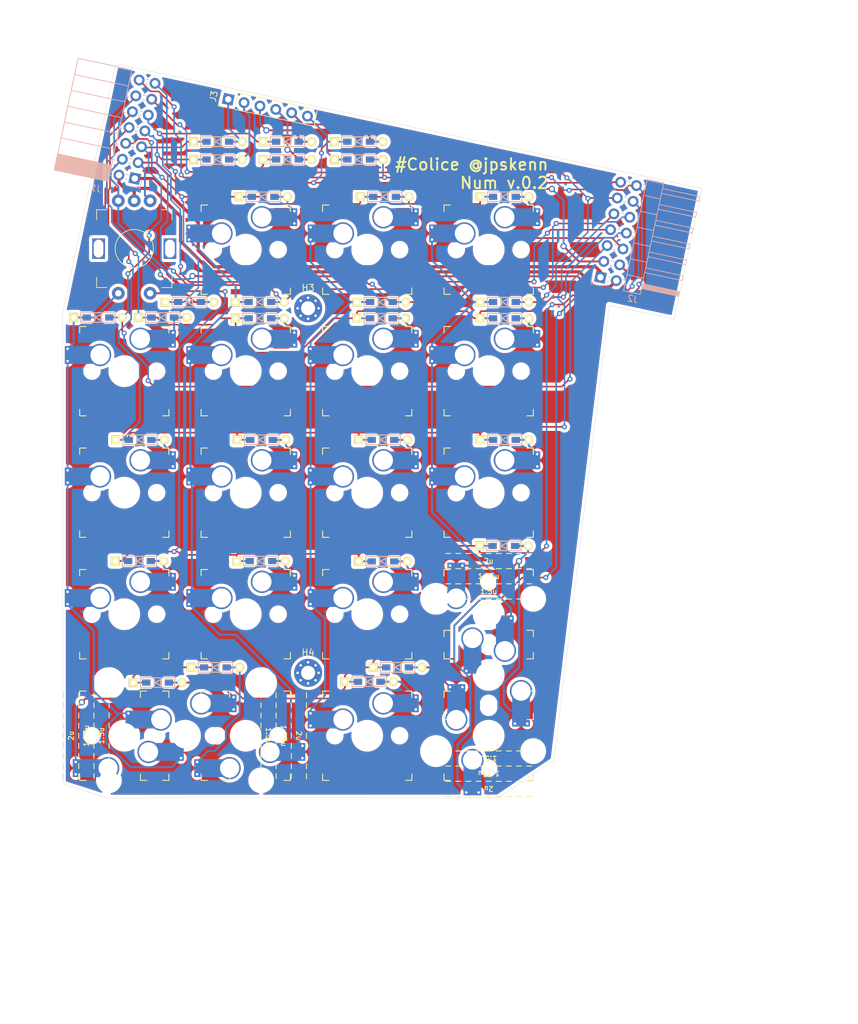
<source format=kicad_pcb>
(kicad_pcb (version 20171130) (host pcbnew "(5.1.5-0-10_14)")
  (layers (0 F.Cu signal) (31 B.Cu signal) (34 B.Paste user) (35 F.Paste user) (36 B.SilkS user) (37 F.SilkS user) (38 B.Mask user) (39 F.Mask user) (44 Edge.Cuts user))
  (net 0 "")
  (net 1 pin6)
  (net 2 pin7)
  (net 3 "Net-(D8-Pad2)")
  (net 4 "Net-(D9-Pad2)")
  (net 5 "Net-(D12-Pad2)")
  (net 6 pin8)
  (net 7 "Net-(D14-Pad2)")
  (net 8 pin9)
  (net 9 pin10)
  (net 10 "Net-(D2-Pad2)")
  (net 11 "Net-(D5-Pad2)")
  (net 12 "Net-(D7-Pad2)")
  (net 13 "Net-(D13-Pad2)")
  (net 14 "Net-(D3-Pad2)")
  (net 15 "Net-(D4-Pad2)")
  (net 16 "Net-(D10-Pad2)")
  (net 17 "Net-(D15-Pad2)")
  (net 18 "Net-(D16-Pad2)")
  (net 19 pin1)
  (net 20 pin2)
  (net 21 "Net-(D11-Pad1)")
  (net 22 pin3)
  (net 23 pin4)
  (net 24 "Net-(D18-Pad2)")
  (net 25 "Net-(D19-Pad2)")
  (net 26 "Net-(D20-Pad2)")
  (net 27 "Net-(D21-Pad2)")
  (net 28 VCC_source)
  (net 29 GND_source)
  (net 30 pin5)
  (net 31 "Net-(D22-Pad2)")
  (net 32 "Net-(D23-Pad2)")
  (net 33 encS1)
  (net 34 encS2)
  (net 35 "Net-(D6-Pad1)")
  (net 36 "Net-(D17-Pad1)")
  (net 37 5way_common)
  (net 38 5way_1)
  (net 39 5way_2)
  (net 40 5way_3)
  (net 41 5way_4)
  (net 42 5way_5)
  (net 43 sda-data)
  (net 44 scl-extra)
  (module Connector_PinSocket_2.54mm:PinSocket_2x07_P2.54mm_Horizontal (layer B.Cu) (at 73.08596 43.6118 348)
    (fp_text reference J1 (at -5.65 2.77 168) (layer B.SilkS) (effects (justify mirror)))
    (fp_text value Conn_02x07_Odd_Even)
    (pad 1 thru_hole rect (at 0 0 348) (size 1.7 1.7) (drill 1) (layers *.Cu *.Mask) (net 28 VCC_source))
    (pad 2 thru_hole oval (at -2.54 0 348) (size 1.7 1.7) (drill 1) (layers *.Cu *.Mask) (net 29 GND_source))
    (pad 3 thru_hole oval (at 0 -2.54 348) (size 1.7 1.7) (drill 1) (layers *.Cu *.Mask) (net 43 sda-data))
    (pad 4 thru_hole oval (at -2.54 -2.54 348) (size 1.7 1.7) (drill 1) (layers *.Cu *.Mask) (net 44 scl-extra))
    (pad 5 thru_hole oval (at 0 -5.08 348) (size 1.7 1.7) (drill 1) (layers *.Cu *.Mask) (net 19 pin1))
    (pad 6 thru_hole oval (at -2.54 -5.08 348) (size 1.7 1.7) (drill 1) (layers *.Cu *.Mask) (net 1 pin6))
    (pad 7 thru_hole oval (at 0 -7.62 348) (size 1.7 1.7) (drill 1) (layers *.Cu *.Mask) (net 20 pin2))
    (pad 8 thru_hole oval (at -2.54 -7.62 348) (size 1.7 1.7) (drill 1) (layers *.Cu *.Mask) (net 2 pin7))
    (pad 9 thru_hole oval (at 0 -10.16 348) (size 1.7 1.7) (drill 1) (layers *.Cu *.Mask) (net 22 pin3))
    (pad 10 thru_hole oval (at -2.54 -10.16 348) (size 1.7 1.7) (drill 1) (layers *.Cu *.Mask) (net 6 pin8))
    (pad 11 thru_hole oval (at 0 -12.7 348) (size 1.7 1.7) (drill 1) (layers *.Cu *.Mask) (net 23 pin4))
    (pad 12 thru_hole oval (at -2.54 -12.7 348) (size 1.7 1.7) (drill 1) (layers *.Cu *.Mask) (net 8 pin9))
    (pad 13 thru_hole oval (at 0 -15.24 348) (size 1.7 1.7) (drill 1) (layers *.Cu *.Mask) (net 30 pin5))
    (pad 14 thru_hole oval (at -2.54 -15.24 348) (size 1.7 1.7) (drill 1) (layers *.Cu *.Mask) (net 9 pin10))
  )
  (module SMK_SU120:D3_TH_SMD (layer F.Cu) (at 85.725 120.25363)
    (fp_text reference D22 hide)
    (fp_text value D hide)
    (pad 1 smd rect (at -1.775 0) (size 1.3 0.95) (layers F.Cu F.Paste F.Mask) (net 9 pin10))
    (pad 2 smd rect (at 1.775 0) (size 1.3 0.95) (layers B.Cu B.Paste B.Mask) (net 31 "Net-(D22-Pad2)"))
    (pad 1 smd rect (at -1.775 0) (size 1.3 0.95) (layers B.Cu B.Paste B.Mask) (net 9 pin10))
    (pad 1 thru_hole rect (at -3.81 0) (size 1.397 1.397) (drill 0.8128) (layers *.Cu *.Mask F.SilkS) (net 9 pin10))
    (pad 2 thru_hole circle (at 3.81 0) (size 1.397 1.397) (drill 0.8128) (layers *.Cu *.Mask F.SilkS) (net 31 "Net-(D22-Pad2)"))
    (pad 2 smd rect (at 1.775 0) (size 1.3 0.95) (layers F.Cu F.Paste F.Mask) (net 31 "Net-(D22-Pad2)"))
  )
  (module SMK_foostan:CherryMX_Hotswap_v2 (layer F.Cu) (at 109.5375 111.91922)
    (fp_text reference SW12)
    (fp_text value SW_Push)
    (pad 2 smd rect (at 5.842 -5.08) (size 4.5 2.8) (layers B.Cu) (net 17 "Net-(D15-Pad2)"))
    (pad 1 smd rect (at -7.085 -2.54) (size 4.5 2.8) (layers B.Cu) (net 21 "Net-(D11-Pad1)"))
    (pad 2 thru_hole circle (at 7.62 -4.118) (size 0.8 0.8) (drill 0.4) (layers *.Cu) (net 17 "Net-(D15-Pad2)"))
    (pad 1 thru_hole circle (at -8.89 -1.578) (size 0.8 0.8) (drill 0.4) (layers *.Cu) (net 21 "Net-(D11-Pad1)"))
    (pad 2 thru_hole circle (at 7.62 -6.042) (size 0.8 0.8) (drill 0.4) (layers *.Cu) (net 17 "Net-(D15-Pad2)"))
    (pad 1 thru_hole circle (at -8.89 -3.502) (size 0.8 0.8) (drill 0.4) (layers *.Cu) (net 21 "Net-(D11-Pad1)"))
    (pad 2 smd rect (at 5.815 -5.08) (size 2.55 2.8) (layers B.Cu B.Paste B.Mask) (net 17 "Net-(D15-Pad2)"))
    (pad 1 smd rect (at -7.085 -2.54) (size 2.55 2.8) (layers B.Cu B.Paste B.Mask) (net 21 "Net-(D11-Pad1)"))
    (pad "" np_thru_hole circle (at 5.08 0 48.0996) (size 1.75 1.75) (drill 1.75) (layers *.Cu *.Mask))
    (pad "" np_thru_hole circle (at -5.08 0 48.0996) (size 1.75 1.75) (drill 1.75) (layers *.Cu *.Mask))
    (pad 1 thru_hole circle (at -3.81 -2.54) (size 3.5 3.5) (drill 3) (layers *.Cu) (net 21 "Net-(D11-Pad1)"))
    (pad "" np_thru_hole circle (at 0 0) (size 3.9878 3.9878) (drill 3.9878) (layers *.Cu *.Mask))
    (pad 2 thru_hole circle (at 2.54 -5.08) (size 3.5 3.5) (drill 3) (layers *.Cu) (net 17 "Net-(D15-Pad2)"))
  )
  (module SMK_SU120:D3_TH_SMD (layer F.Cu) (at 130.96875 101.20355)
    (fp_text reference D21 hide)
    (fp_text value D hide)
    (pad 2 smd rect (at 1.775 0) (size 1.3 0.95) (layers F.Cu F.Paste F.Mask) (net 27 "Net-(D21-Pad2)"))
    (pad 2 thru_hole circle (at 3.81 0) (size 1.397 1.397) (drill 0.8128) (layers *.Cu *.Mask F.SilkS) (net 27 "Net-(D21-Pad2)"))
    (pad 1 thru_hole rect (at -3.81 0) (size 1.397 1.397) (drill 0.8128) (layers *.Cu *.Mask F.SilkS) (net 8 pin9))
    (pad 1 smd rect (at -1.775 0) (size 1.3 0.95) (layers B.Cu B.Paste B.Mask) (net 8 pin9))
    (pad 2 smd rect (at 1.775 0) (size 1.3 0.95) (layers B.Cu B.Paste B.Mask) (net 27 "Net-(D21-Pad2)"))
    (pad 1 smd rect (at -1.775 0) (size 1.3 0.95) (layers F.Cu F.Paste F.Mask) (net 8 pin9))
  )
  (module SMK_foostan:CherryMX_Hotswap_v2 (layer F.Cu) (at 109.5375 54.76898)
    (fp_text reference SW9)
    (fp_text value SW_Push)
    (pad 2 thru_hole circle (at 2.54 -5.08) (size 3.5 3.5) (drill 3) (layers *.Cu) (net 5 "Net-(D12-Pad2)"))
    (pad "" np_thru_hole circle (at 0 0) (size 3.9878 3.9878) (drill 3.9878) (layers *.Cu *.Mask))
    (pad 1 thru_hole circle (at -3.81 -2.54) (size 3.5 3.5) (drill 3) (layers *.Cu) (net 21 "Net-(D11-Pad1)"))
    (pad "" np_thru_hole circle (at -5.08 0 48.0996) (size 1.75 1.75) (drill 1.75) (layers *.Cu *.Mask))
    (pad "" np_thru_hole circle (at 5.08 0 48.0996) (size 1.75 1.75) (drill 1.75) (layers *.Cu *.Mask))
    (pad 1 smd rect (at -7.085 -2.54) (size 2.55 2.8) (layers B.Cu B.Paste B.Mask) (net 21 "Net-(D11-Pad1)"))
    (pad 2 smd rect (at 5.815 -5.08) (size 2.55 2.8) (layers B.Cu B.Paste B.Mask) (net 5 "Net-(D12-Pad2)"))
    (pad 1 thru_hole circle (at -8.89 -3.502) (size 0.8 0.8) (drill 0.4) (layers *.Cu) (net 21 "Net-(D11-Pad1)"))
    (pad 2 thru_hole circle (at 7.62 -6.042) (size 0.8 0.8) (drill 0.4) (layers *.Cu) (net 5 "Net-(D12-Pad2)"))
    (pad 1 thru_hole circle (at -8.89 -1.578) (size 0.8 0.8) (drill 0.4) (layers *.Cu) (net 21 "Net-(D11-Pad1)"))
    (pad 2 thru_hole circle (at 7.62 -4.118) (size 0.8 0.8) (drill 0.4) (layers *.Cu) (net 5 "Net-(D12-Pad2)"))
    (pad 1 smd rect (at -7.085 -2.54) (size 4.5 2.8) (layers B.Cu) (net 21 "Net-(D11-Pad1)"))
    (pad 2 smd rect (at 5.842 -5.08) (size 4.5 2.8) (layers B.Cu) (net 5 "Net-(D12-Pad2)"))
  )
  (module SMK_foostan:CherryMX_Hotswap_v2 (layer F.Cu) (at 109.5375 73.81906)
    (fp_text reference SW10)
    (fp_text value SW_Push)
    (pad 2 thru_hole circle (at 2.54 -5.08) (size 3.5 3.5) (drill 3) (layers *.Cu) (net 13 "Net-(D13-Pad2)"))
    (pad "" np_thru_hole circle (at 0 0) (size 3.9878 3.9878) (drill 3.9878) (layers *.Cu *.Mask))
    (pad 1 thru_hole circle (at -3.81 -2.54) (size 3.5 3.5) (drill 3) (layers *.Cu) (net 21 "Net-(D11-Pad1)"))
    (pad "" np_thru_hole circle (at -5.08 0 48.0996) (size 1.75 1.75) (drill 1.75) (layers *.Cu *.Mask))
    (pad "" np_thru_hole circle (at 5.08 0 48.0996) (size 1.75 1.75) (drill 1.75) (layers *.Cu *.Mask))
    (pad 1 smd rect (at -7.085 -2.54) (size 2.55 2.8) (layers B.Cu B.Paste B.Mask) (net 21 "Net-(D11-Pad1)"))
    (pad 2 smd rect (at 5.815 -5.08) (size 2.55 2.8) (layers B.Cu B.Paste B.Mask) (net 13 "Net-(D13-Pad2)"))
    (pad 1 thru_hole circle (at -8.89 -3.502) (size 0.8 0.8) (drill 0.4) (layers *.Cu) (net 21 "Net-(D11-Pad1)"))
    (pad 2 thru_hole circle (at 7.62 -6.042) (size 0.8 0.8) (drill 0.4) (layers *.Cu) (net 13 "Net-(D13-Pad2)"))
    (pad 1 thru_hole circle (at -8.89 -1.578) (size 0.8 0.8) (drill 0.4) (layers *.Cu) (net 21 "Net-(D11-Pad1)"))
    (pad 2 thru_hole circle (at 7.62 -4.118) (size 0.8 0.8) (drill 0.4) (layers *.Cu) (net 13 "Net-(D13-Pad2)"))
    (pad 1 smd rect (at -7.085 -2.54) (size 4.5 2.8) (layers B.Cu) (net 21 "Net-(D11-Pad1)"))
    (pad 2 smd rect (at 5.842 -5.08) (size 4.5 2.8) (layers B.Cu) (net 13 "Net-(D13-Pad2)"))
  )
  (module SMK_foostan:CherryMX_Hotswap_v2 (layer F.Cu) (at 109.5375 92.86914)
    (fp_text reference SW11)
    (fp_text value SW_Push)
    (pad 2 thru_hole circle (at 2.54 -5.08) (size 3.5 3.5) (drill 3) (layers *.Cu) (net 7 "Net-(D14-Pad2)"))
    (pad "" np_thru_hole circle (at 0 0) (size 3.9878 3.9878) (drill 3.9878) (layers *.Cu *.Mask))
    (pad 1 thru_hole circle (at -3.81 -2.54) (size 3.5 3.5) (drill 3) (layers *.Cu) (net 21 "Net-(D11-Pad1)"))
    (pad "" np_thru_hole circle (at -5.08 0 48.0996) (size 1.75 1.75) (drill 1.75) (layers *.Cu *.Mask))
    (pad "" np_thru_hole circle (at 5.08 0 48.0996) (size 1.75 1.75) (drill 1.75) (layers *.Cu *.Mask))
    (pad 1 smd rect (at -7.085 -2.54) (size 2.55 2.8) (layers B.Cu B.Paste B.Mask) (net 21 "Net-(D11-Pad1)"))
    (pad 2 smd rect (at 5.815 -5.08) (size 2.55 2.8) (layers B.Cu B.Paste B.Mask) (net 7 "Net-(D14-Pad2)"))
    (pad 1 thru_hole circle (at -8.89 -3.502) (size 0.8 0.8) (drill 0.4) (layers *.Cu) (net 21 "Net-(D11-Pad1)"))
    (pad 2 thru_hole circle (at 7.62 -6.042) (size 0.8 0.8) (drill 0.4) (layers *.Cu) (net 7 "Net-(D14-Pad2)"))
    (pad 1 thru_hole circle (at -8.89 -1.578) (size 0.8 0.8) (drill 0.4) (layers *.Cu) (net 21 "Net-(D11-Pad1)"))
    (pad 2 thru_hole circle (at 7.62 -4.118) (size 0.8 0.8) (drill 0.4) (layers *.Cu) (net 7 "Net-(D14-Pad2)"))
    (pad 1 smd rect (at -7.085 -2.54) (size 4.5 2.8) (layers B.Cu) (net 21 "Net-(D11-Pad1)"))
    (pad 2 smd rect (at 5.842 -5.08) (size 4.5 2.8) (layers B.Cu) (net 7 "Net-(D14-Pad2)"))
  )
  (module SMK_foostan:CherryMX_Hotswap_v2 (layer F.Cu) (at 128.5875 121.44426 270)
    (fp_text reference SW17)
    (fp_text value SW_Push)
    (pad 2 thru_hole circle (at 2.54 -5.08 270) (size 3.5 3.5) (drill 3) (layers *.Cu) (net 27 "Net-(D21-Pad2)"))
    (pad "" np_thru_hole circle (at 0 0 270) (size 3.9878 3.9878) (drill 3.9878) (layers *.Cu *.Mask))
    (pad 1 thru_hole circle (at -3.81 -2.54 270) (size 3.5 3.5) (drill 3) (layers *.Cu) (net 36 "Net-(D17-Pad1)"))
    (pad "" np_thru_hole circle (at -5.08 0 318.0996) (size 1.75 1.75) (drill 1.75) (layers *.Cu *.Mask))
    (pad "" np_thru_hole circle (at 5.08 0 318.0996) (size 1.75 1.75) (drill 1.75) (layers *.Cu *.Mask))
    (pad 1 smd rect (at -7.085 -2.54 270) (size 2.55 2.8) (layers B.Cu B.Paste B.Mask) (net 36 "Net-(D17-Pad1)"))
    (pad 2 smd rect (at 5.815 -5.08 270) (size 2.55 2.8) (layers B.Cu B.Paste B.Mask) (net 27 "Net-(D21-Pad2)"))
    (pad 1 thru_hole circle (at -8.89 -3.502 270) (size 0.8 0.8) (drill 0.4) (layers *.Cu) (net 36 "Net-(D17-Pad1)"))
    (pad 2 thru_hole circle (at 7.62 -6.042 270) (size 0.8 0.8) (drill 0.4) (layers *.Cu) (net 27 "Net-(D21-Pad2)"))
    (pad 1 thru_hole circle (at -8.89 -1.578 270) (size 0.8 0.8) (drill 0.4) (layers *.Cu) (net 36 "Net-(D17-Pad1)"))
    (pad 2 thru_hole circle (at 7.62 -4.118 270) (size 0.8 0.8) (drill 0.4) (layers *.Cu) (net 27 "Net-(D21-Pad2)"))
    (pad 1 smd rect (at -7.085 -2.54 270) (size 4.5 2.8) (layers B.Cu) (net 36 "Net-(D17-Pad1)"))
    (pad 2 smd rect (at 5.842 -5.08 270) (size 4.5 2.8) (layers B.Cu) (net 27 "Net-(D21-Pad2)"))
  )
  (module SMK_SU120:D3_TH_SMD (layer F.Cu) (at 92.86875 103.58481)
    (fp_text reference D10 hide)
    (fp_text value D hide)
    (pad 2 smd rect (at 1.775 0) (size 1.3 0.95) (layers F.Cu F.Paste F.Mask) (net 16 "Net-(D10-Pad2)"))
    (pad 2 thru_hole circle (at 3.81 0) (size 1.397 1.397) (drill 0.8128) (layers *.Cu *.Mask F.SilkS) (net 16 "Net-(D10-Pad2)"))
    (pad 1 thru_hole rect (at -3.81 0) (size 1.397 1.397) (drill 0.8128) (layers *.Cu *.Mask F.SilkS) (net 8 pin9))
    (pad 1 smd rect (at -1.775 0) (size 1.3 0.95) (layers B.Cu B.Paste B.Mask) (net 8 pin9))
    (pad 2 smd rect (at 1.775 0) (size 1.3 0.95) (layers B.Cu B.Paste B.Mask) (net 16 "Net-(D10-Pad2)"))
    (pad 1 smd rect (at -1.775 0) (size 1.3 0.95) (layers F.Cu F.Paste F.Mask) (net 8 pin9))
  )
  (module SMK_SU120:D3_TH_SMD (layer F.Cu) (at 112.268 46.482)
    (fp_text reference D12 hide)
    (fp_text value D hide)
    (pad 2 smd rect (at 1.775 0) (size 1.3 0.95) (layers F.Cu F.Paste F.Mask) (net 5 "Net-(D12-Pad2)"))
    (pad 2 thru_hole circle (at 3.81 0) (size 1.397 1.397) (drill 0.8128) (layers *.Cu *.Mask F.SilkS) (net 5 "Net-(D12-Pad2)"))
    (pad 1 thru_hole rect (at -3.81 0) (size 1.397 1.397) (drill 0.8128) (layers *.Cu *.Mask F.SilkS) (net 1 pin6))
    (pad 1 smd rect (at -1.775 0) (size 1.3 0.95) (layers B.Cu B.Paste B.Mask) (net 1 pin6))
    (pad 2 smd rect (at 1.775 0) (size 1.3 0.95) (layers B.Cu B.Paste B.Mask) (net 5 "Net-(D12-Pad2)"))
    (pad 1 smd rect (at -1.775 0) (size 1.3 0.95) (layers F.Cu F.Paste F.Mask) (net 1 pin6))
  )
  (module SMK_SU120:D3_TH_SMD (layer F.Cu) (at 111.76 65.532)
    (fp_text reference D13 hide)
    (fp_text value D hide)
    (pad 2 smd rect (at 1.775 0) (size 1.3 0.95) (layers F.Cu F.Paste F.Mask) (net 13 "Net-(D13-Pad2)"))
    (pad 2 thru_hole circle (at 3.81 0) (size 1.397 1.397) (drill 0.8128) (layers *.Cu *.Mask F.SilkS) (net 13 "Net-(D13-Pad2)"))
    (pad 1 thru_hole rect (at -3.81 0) (size 1.397 1.397) (drill 0.8128) (layers *.Cu *.Mask F.SilkS) (net 2 pin7))
    (pad 1 smd rect (at -1.775 0) (size 1.3 0.95) (layers B.Cu B.Paste B.Mask) (net 2 pin7))
    (pad 2 smd rect (at 1.775 0) (size 1.3 0.95) (layers B.Cu B.Paste B.Mask) (net 13 "Net-(D13-Pad2)"))
    (pad 1 smd rect (at -1.775 0) (size 1.3 0.95) (layers F.Cu F.Paste F.Mask) (net 2 pin7))
  )
  (module SMK_foostan:CherryMX_Hotswap_v2 (layer F.Cu) (at 109.5375 130.9693)
    (fp_text reference SW13)
    (fp_text value SW_Push)
    (pad 2 smd rect (at 5.842 -5.08) (size 4.5 2.8) (layers B.Cu) (net 18 "Net-(D16-Pad2)"))
    (pad 1 smd rect (at -7.085 -2.54) (size 4.5 2.8) (layers B.Cu) (net 21 "Net-(D11-Pad1)"))
    (pad 2 thru_hole circle (at 7.62 -4.118) (size 0.8 0.8) (drill 0.4) (layers *.Cu) (net 18 "Net-(D16-Pad2)"))
    (pad 1 thru_hole circle (at -8.89 -1.578) (size 0.8 0.8) (drill 0.4) (layers *.Cu) (net 21 "Net-(D11-Pad1)"))
    (pad 2 thru_hole circle (at 7.62 -6.042) (size 0.8 0.8) (drill 0.4) (layers *.Cu) (net 18 "Net-(D16-Pad2)"))
    (pad 1 thru_hole circle (at -8.89 -3.502) (size 0.8 0.8) (drill 0.4) (layers *.Cu) (net 21 "Net-(D11-Pad1)"))
    (pad 2 smd rect (at 5.815 -5.08) (size 2.55 2.8) (layers B.Cu B.Paste B.Mask) (net 18 "Net-(D16-Pad2)"))
    (pad 1 smd rect (at -7.085 -2.54) (size 2.55 2.8) (layers B.Cu B.Paste B.Mask) (net 21 "Net-(D11-Pad1)"))
    (pad "" np_thru_hole circle (at 5.08 0 48.0996) (size 1.75 1.75) (drill 1.75) (layers *.Cu *.Mask))
    (pad "" np_thru_hole circle (at -5.08 0 48.0996) (size 1.75 1.75) (drill 1.75) (layers *.Cu *.Mask))
    (pad 1 thru_hole circle (at -3.81 -2.54) (size 3.5 3.5) (drill 3) (layers *.Cu) (net 21 "Net-(D11-Pad1)"))
    (pad "" np_thru_hole circle (at 0 0) (size 3.9878 3.9878) (drill 3.9878) (layers *.Cu *.Mask))
    (pad 2 thru_hole circle (at 2.54 -5.08) (size 3.5 3.5) (drill 3) (layers *.Cu) (net 18 "Net-(D16-Pad2)"))
  )
  (module SMK_SU120:D3_TH_SMD (layer F.Cu) (at 109.855 122.5042)
    (fp_text reference D16 hide)
    (fp_text value D hide)
    (pad 2 smd rect (at 1.775 0) (size 1.3 0.95) (layers F.Cu F.Paste F.Mask) (net 18 "Net-(D16-Pad2)"))
    (pad 2 thru_hole circle (at 3.81 0) (size 1.397 1.397) (drill 0.8128) (layers *.Cu *.Mask F.SilkS) (net 18 "Net-(D16-Pad2)"))
    (pad 1 thru_hole rect (at -3.81 0) (size 1.397 1.397) (drill 0.8128) (layers *.Cu *.Mask F.SilkS) (net 9 pin10))
    (pad 1 smd rect (at -1.775 0) (size 1.3 0.95) (layers B.Cu B.Paste B.Mask) (net 9 pin10))
    (pad 2 smd rect (at 1.775 0) (size 1.3 0.95) (layers B.Cu B.Paste B.Mask) (net 18 "Net-(D16-Pad2)"))
    (pad 1 smd rect (at -1.775 0) (size 1.3 0.95) (layers F.Cu F.Paste F.Mask) (net 9 pin10))
  )
  (module SMK_SU120:CherryMX_MidHeight_Choc_Hotswap_2U_Outline (layer F.Cu) (at 128.5875 121.44426 270)
    (fp_text reference H2 hide)
    (fp_text value MountingHole hide)
    (fp_text user 2u (at -17.859375 0 unlocked) (layer F.SilkS) (effects (font (size 0.8 0.8))))
    (fp_text user 1.75u (at -15.478125 0 unlocked) (layer F.SilkS) (effects (font (size 0.8 0.8))))
    (fp_text user 1.5u (at -13.096875 0 unlocked) (layer F.SilkS) (effects (font (size 0.8 0.8))))
    (fp_text user 1.25u (at -10.715625 0 unlocked) (layer F.SilkS) (effects (font (size 0.8 0.8))))
    (fp_text user 2u (at 17.859375 0 180 unlocked) (layer F.SilkS) (effects (font (size 0.8 0.8))))
    (fp_text user 1.5u (at 13.096875 0 180 unlocked) (layer F.SilkS) (effects (font (size 0.8 0.8))))
    (fp_text user 1.75u (at 15.478125 0 180 unlocked) (layer F.SilkS) (effects (font (size 0.8 0.8))))
    (fp_text user 1.25u (at 10.715625 0 180 unlocked) (layer F.SilkS) (effects (font (size 0.8 0.8))))
    (pad "" np_thru_hole circle (at 11.938 8.255 270) (size 3.9878 3.9878) (drill 3.9878) (layers *.Cu *.Mask))
    (pad "" np_thru_hole circle (at -11.938 8.255 270) (size 3.9878 3.9878) (drill 3.9878) (layers *.Cu *.Mask))
    (pad "" np_thru_hole circle (at 11.938 -6.985 270) (size 3.048 3.048) (drill 3.048) (layers *.Cu *.Mask))
    (pad "" np_thru_hole circle (at -11.938 -6.985 270) (size 3.048 3.048) (drill 3.048) (layers *.Cu *.Mask))
  )
  (module SMK_SU120:MountingHole_2.2mm_M2_Pad_Via (layer F.Cu) (at 100.2655 63.9572)
    (fp_text reference H3 (at 0 -3.2) (layer F.SilkS))
    (fp_text value MountingHole)
    (pad 1 thru_hole circle (at 1.166726 -1.166726) (size 0.7 0.7) (drill 0.4) (layers *.Cu *.Mask))
    (pad 1 thru_hole circle (at 0 -1.65) (size 0.7 0.7) (drill 0.4) (layers *.Cu *.Mask))
    (pad 1 thru_hole circle (at -1.166726 -1.166726) (size 0.7 0.7) (drill 0.4) (layers *.Cu *.Mask))
    (pad 1 thru_hole circle (at -1.65 0) (size 0.7 0.7) (drill 0.4) (layers *.Cu *.Mask))
    (pad 1 thru_hole circle (at -1.166726 1.166726) (size 0.7 0.7) (drill 0.4) (layers *.Cu *.Mask))
    (pad 1 thru_hole circle (at 0 1.65) (size 0.7 0.7) (drill 0.4) (layers *.Cu *.Mask))
    (pad 1 thru_hole circle (at 1.166726 1.166726) (size 0.7 0.7) (drill 0.4) (layers *.Cu *.Mask))
    (pad 1 thru_hole circle (at 1.65 0) (size 0.7 0.7) (drill 0.4) (layers *.Cu *.Mask))
    (pad 1 thru_hole circle (at 0 0) (size 4.4 4.4) (drill 2.2) (layers *.Cu *.Mask))
  )
  (module MountingHole:MountingHole_2.2mm_M2_Pad_Via (layer F.Cu) (at 100.2665 121.1072)
    (fp_text reference H4 (at 0 -3.2) (layer F.SilkS))
    (fp_text value MountingHole)
    (pad 1 thru_hole circle (at 0 0) (size 4.4 4.4) (drill 2.2) (layers *.Cu *.Mask))
    (pad 1 thru_hole circle (at 1.65 0) (size 0.7 0.7) (drill 0.4) (layers *.Cu *.Mask))
    (pad 1 thru_hole circle (at 1.166726 1.166726) (size 0.7 0.7) (drill 0.4) (layers *.Cu *.Mask))
    (pad 1 thru_hole circle (at 0 1.65) (size 0.7 0.7) (drill 0.4) (layers *.Cu *.Mask))
    (pad 1 thru_hole circle (at -1.166726 1.166726) (size 0.7 0.7) (drill 0.4) (layers *.Cu *.Mask))
    (pad 1 thru_hole circle (at -1.65 0) (size 0.7 0.7) (drill 0.4) (layers *.Cu *.Mask))
    (pad 1 thru_hole circle (at -1.166726 -1.166726) (size 0.7 0.7) (drill 0.4) (layers *.Cu *.Mask))
    (pad 1 thru_hole circle (at 0 -1.65) (size 0.7 0.7) (drill 0.4) (layers *.Cu *.Mask))
    (pad 1 thru_hole circle (at 1.166726 -1.166726) (size 0.7 0.7) (drill 0.4) (layers *.Cu *.Mask))
  )
  (module SMK_SU120:D3_TH_SMD (layer F.Cu) (at 67.31 65.405)
    (fp_text reference D1 hide)
    (fp_text value D hide)
    (pad 1 smd rect (at -1.775 0) (size 1.3 0.95) (layers F.Cu F.Paste F.Mask) (net 33 encS1))
    (pad 2 smd rect (at 1.775 0) (size 1.3 0.95) (layers B.Cu B.Paste B.Mask) (net 19 pin1))
    (pad 1 smd rect (at -1.775 0) (size 1.3 0.95) (layers B.Cu B.Paste B.Mask) (net 33 encS1))
    (pad 1 thru_hole rect (at -3.81 0) (size 1.397 1.397) (drill 0.8128) (layers *.Cu *.Mask F.SilkS) (net 33 encS1))
    (pad 2 thru_hole circle (at 3.81 0) (size 1.397 1.397) (drill 0.8128) (layers *.Cu *.Mask F.SilkS) (net 19 pin1))
    (pad 2 smd rect (at 1.775 0) (size 1.3 0.95) (layers F.Cu F.Paste F.Mask) (net 19 pin1))
  )
  (module SMK_SU120:D3_TH_SMD (layer F.Cu) (at 77.47 65.405)
    (fp_text reference D2 hide)
    (fp_text value D hide)
    (pad 2 smd rect (at 1.775 0) (size 1.3 0.95) (layers F.Cu F.Paste F.Mask) (net 10 "Net-(D2-Pad2)"))
    (pad 2 thru_hole circle (at 3.81 0) (size 1.397 1.397) (drill 0.8128) (layers *.Cu *.Mask F.SilkS) (net 10 "Net-(D2-Pad2)"))
    (pad 1 thru_hole rect (at -3.81 0) (size 1.397 1.397) (drill 0.8128) (layers *.Cu *.Mask F.SilkS) (net 2 pin7))
    (pad 1 smd rect (at -1.775 0) (size 1.3 0.95) (layers B.Cu B.Paste B.Mask) (net 2 pin7))
    (pad 2 smd rect (at 1.775 0) (size 1.3 0.95) (layers B.Cu B.Paste B.Mask) (net 10 "Net-(D2-Pad2)"))
    (pad 1 smd rect (at -1.775 0) (size 1.3 0.95) (layers F.Cu F.Paste F.Mask) (net 2 pin7))
  )
  (module SMK_SU120:D3_TH_SMD (layer F.Cu) (at 73.914 84.582)
    (fp_text reference D3 hide)
    (fp_text value D hide)
    (pad 1 smd rect (at -1.775 0) (size 1.3 0.95) (layers F.Cu F.Paste F.Mask) (net 6 pin8))
    (pad 2 smd rect (at 1.775 0) (size 1.3 0.95) (layers B.Cu B.Paste B.Mask) (net 14 "Net-(D3-Pad2)"))
    (pad 1 smd rect (at -1.775 0) (size 1.3 0.95) (layers B.Cu B.Paste B.Mask) (net 6 pin8))
    (pad 1 thru_hole rect (at -3.81 0) (size 1.397 1.397) (drill 0.8128) (layers *.Cu *.Mask F.SilkS) (net 6 pin8))
    (pad 2 thru_hole circle (at 3.81 0) (size 1.397 1.397) (drill 0.8128) (layers *.Cu *.Mask F.SilkS) (net 14 "Net-(D3-Pad2)"))
    (pad 2 smd rect (at 1.775 0) (size 1.3 0.95) (layers F.Cu F.Paste F.Mask) (net 14 "Net-(D3-Pad2)"))
  )
  (module SMK_SU120:D3_TH_SMD (layer F.Cu) (at 73.81875 103.58481)
    (fp_text reference D4 hide)
    (fp_text value D hide)
    (pad 1 smd rect (at -1.775 0) (size 1.3 0.95) (layers F.Cu F.Paste F.Mask) (net 8 pin9))
    (pad 2 smd rect (at 1.775 0) (size 1.3 0.95) (layers B.Cu B.Paste B.Mask) (net 15 "Net-(D4-Pad2)"))
    (pad 1 smd rect (at -1.775 0) (size 1.3 0.95) (layers B.Cu B.Paste B.Mask) (net 8 pin9))
    (pad 1 thru_hole rect (at -3.81 0) (size 1.397 1.397) (drill 0.8128) (layers *.Cu *.Mask F.SilkS) (net 8 pin9))
    (pad 2 thru_hole circle (at 3.81 0) (size 1.397 1.397) (drill 0.8128) (layers *.Cu *.Mask F.SilkS) (net 15 "Net-(D4-Pad2)"))
    (pad 2 smd rect (at 1.775 0) (size 1.3 0.95) (layers F.Cu F.Paste F.Mask) (net 15 "Net-(D4-Pad2)"))
  )
  (module SMK_SU120:D3_TH_SMD (layer F.Cu) (at 76.666601 122.640115)
    (fp_text reference D5 hide)
    (fp_text value D hide)
    (pad 2 smd rect (at 1.775 0) (size 1.3 0.95) (layers F.Cu F.Paste F.Mask) (net 11 "Net-(D5-Pad2)"))
    (pad 2 thru_hole circle (at 3.81 0) (size 1.397 1.397) (drill 0.8128) (layers *.Cu *.Mask F.SilkS) (net 11 "Net-(D5-Pad2)"))
    (pad 1 thru_hole rect (at -3.81 0) (size 1.397 1.397) (drill 0.8128) (layers *.Cu *.Mask F.SilkS) (net 9 pin10))
    (pad 1 smd rect (at -1.775 0) (size 1.3 0.95) (layers B.Cu B.Paste B.Mask) (net 9 pin10))
    (pad 2 smd rect (at 1.775 0) (size 1.3 0.95) (layers B.Cu B.Paste B.Mask) (net 11 "Net-(D5-Pad2)"))
    (pad 1 smd rect (at -1.775 0) (size 1.3 0.95) (layers F.Cu F.Paste F.Mask) (net 9 pin10))
  )
  (module SMK_SU120:D3_TH_SMD (layer F.Cu) (at 92.71 62.992)
    (fp_text reference D6 hide)
    (fp_text value D hide)
    (pad 1 smd rect (at -1.775 0) (size 1.3 0.95) (layers F.Cu F.Paste F.Mask) (net 35 "Net-(D6-Pad1)"))
    (pad 2 smd rect (at 1.775 0) (size 1.3 0.95) (layers B.Cu B.Paste B.Mask) (net 20 pin2))
    (pad 1 smd rect (at -1.775 0) (size 1.3 0.95) (layers B.Cu B.Paste B.Mask) (net 35 "Net-(D6-Pad1)"))
    (pad 1 thru_hole rect (at -3.81 0) (size 1.397 1.397) (drill 0.8128) (layers *.Cu *.Mask F.SilkS) (net 35 "Net-(D6-Pad1)"))
    (pad 2 thru_hole circle (at 3.81 0) (size 1.397 1.397) (drill 0.8128) (layers *.Cu *.Mask F.SilkS) (net 20 pin2))
    (pad 2 smd rect (at 1.775 0) (size 1.3 0.95) (layers F.Cu F.Paste F.Mask) (net 20 pin2))
  )
  (module SMK_SU120:D3_TH_SMD (layer F.Cu) (at 93.218 46.482)
    (fp_text reference D7 hide)
    (fp_text value D hide)
    (pad 2 smd rect (at 1.775 0) (size 1.3 0.95) (layers F.Cu F.Paste F.Mask) (net 12 "Net-(D7-Pad2)"))
    (pad 2 thru_hole circle (at 3.81 0) (size 1.397 1.397) (drill 0.8128) (layers *.Cu *.Mask F.SilkS) (net 12 "Net-(D7-Pad2)"))
    (pad 1 thru_hole rect (at -3.81 0) (size 1.397 1.397) (drill 0.8128) (layers *.Cu *.Mask F.SilkS) (net 1 pin6))
    (pad 1 smd rect (at -1.775 0) (size 1.3 0.95) (layers B.Cu B.Paste B.Mask) (net 1 pin6))
    (pad 2 smd rect (at 1.775 0) (size 1.3 0.95) (layers B.Cu B.Paste B.Mask) (net 12 "Net-(D7-Pad2)"))
    (pad 1 smd rect (at -1.775 0) (size 1.3 0.95) (layers F.Cu F.Paste F.Mask) (net 1 pin6))
  )
  (module SMK_SU120:D3_TH_SMD (layer F.Cu) (at 92.71 65.532)
    (fp_text reference D8 hide)
    (fp_text value D hide)
    (pad 1 smd rect (at -1.775 0) (size 1.3 0.95) (layers F.Cu F.Paste F.Mask) (net 2 pin7))
    (pad 2 smd rect (at 1.775 0) (size 1.3 0.95) (layers B.Cu B.Paste B.Mask) (net 3 "Net-(D8-Pad2)"))
    (pad 1 smd rect (at -1.775 0) (size 1.3 0.95) (layers B.Cu B.Paste B.Mask) (net 2 pin7))
    (pad 1 thru_hole rect (at -3.81 0) (size 1.397 1.397) (drill 0.8128) (layers *.Cu *.Mask F.SilkS) (net 2 pin7))
    (pad 2 thru_hole circle (at 3.81 0) (size 1.397 1.397) (drill 0.8128) (layers *.Cu *.Mask F.SilkS) (net 3 "Net-(D8-Pad2)"))
    (pad 2 smd rect (at 1.775 0) (size 1.3 0.95) (layers F.Cu F.Paste F.Mask) (net 3 "Net-(D8-Pad2)"))
  )
  (module SMK_SU120:D3_TH_SMD (layer F.Cu) (at 92.964 84.582)
    (fp_text reference D9 hide)
    (fp_text value D hide)
    (pad 1 smd rect (at -1.775 0) (size 1.3 0.95) (layers F.Cu F.Paste F.Mask) (net 6 pin8))
    (pad 2 smd rect (at 1.775 0) (size 1.3 0.95) (layers B.Cu B.Paste B.Mask) (net 4 "Net-(D9-Pad2)"))
    (pad 1 smd rect (at -1.775 0) (size 1.3 0.95) (layers B.Cu B.Paste B.Mask) (net 6 pin8))
    (pad 1 thru_hole rect (at -3.81 0) (size 1.397 1.397) (drill 0.8128) (layers *.Cu *.Mask F.SilkS) (net 6 pin8))
    (pad 2 thru_hole circle (at 3.81 0) (size 1.397 1.397) (drill 0.8128) (layers *.Cu *.Mask F.SilkS) (net 4 "Net-(D9-Pad2)"))
    (pad 2 smd rect (at 1.775 0) (size 1.3 0.95) (layers F.Cu F.Paste F.Mask) (net 4 "Net-(D9-Pad2)"))
  )
  (module SMK_SU120:D3_TH_SMD (layer F.Cu) (at 111.76 62.992)
    (fp_text reference D11 hide)
    (fp_text value D hide)
    (pad 1 smd rect (at -1.775 0) (size 1.3 0.95) (layers F.Cu F.Paste F.Mask) (net 21 "Net-(D11-Pad1)"))
    (pad 2 smd rect (at 1.775 0) (size 1.3 0.95) (layers B.Cu B.Paste B.Mask) (net 22 pin3))
    (pad 1 smd rect (at -1.775 0) (size 1.3 0.95) (layers B.Cu B.Paste B.Mask) (net 21 "Net-(D11-Pad1)"))
    (pad 1 thru_hole rect (at -3.81 0) (size 1.397 1.397) (drill 0.8128) (layers *.Cu *.Mask F.SilkS) (net 21 "Net-(D11-Pad1)"))
    (pad 2 thru_hole circle (at 3.81 0) (size 1.397 1.397) (drill 0.8128) (layers *.Cu *.Mask F.SilkS) (net 22 pin3))
    (pad 2 smd rect (at 1.775 0) (size 1.3 0.95) (layers F.Cu F.Paste F.Mask) (net 22 pin3))
  )
  (module SMK_SU120:D3_TH_SMD (layer F.Cu) (at 112.014 84.582)
    (fp_text reference D14 hide)
    (fp_text value D hide)
    (pad 2 smd rect (at 1.775 0) (size 1.3 0.95) (layers F.Cu F.Paste F.Mask) (net 7 "Net-(D14-Pad2)"))
    (pad 2 thru_hole circle (at 3.81 0) (size 1.397 1.397) (drill 0.8128) (layers *.Cu *.Mask F.SilkS) (net 7 "Net-(D14-Pad2)"))
    (pad 1 thru_hole rect (at -3.81 0) (size 1.397 1.397) (drill 0.8128) (layers *.Cu *.Mask F.SilkS) (net 6 pin8))
    (pad 1 smd rect (at -1.775 0) (size 1.3 0.95) (layers B.Cu B.Paste B.Mask) (net 6 pin8))
    (pad 2 smd rect (at 1.775 0) (size 1.3 0.95) (layers B.Cu B.Paste B.Mask) (net 7 "Net-(D14-Pad2)"))
    (pad 1 smd rect (at -1.775 0) (size 1.3 0.95) (layers F.Cu F.Paste F.Mask) (net 6 pin8))
  )
  (module SMK_SU120:D3_TH_SMD (layer F.Cu) (at 112.014 103.632)
    (fp_text reference D15 hide)
    (fp_text value D hide)
    (pad 2 smd rect (at 1.775 0) (size 1.3 0.95) (layers F.Cu F.Paste F.Mask) (net 17 "Net-(D15-Pad2)"))
    (pad 2 thru_hole circle (at 3.81 0) (size 1.397 1.397) (drill 0.8128) (layers *.Cu *.Mask F.SilkS) (net 17 "Net-(D15-Pad2)"))
    (pad 1 thru_hole rect (at -3.81 0) (size 1.397 1.397) (drill 0.8128) (layers *.Cu *.Mask F.SilkS) (net 8 pin9))
    (pad 1 smd rect (at -1.775 0) (size 1.3 0.95) (layers B.Cu B.Paste B.Mask) (net 8 pin9))
    (pad 2 smd rect (at 1.775 0) (size 1.3 0.95) (layers B.Cu B.Paste B.Mask) (net 17 "Net-(D15-Pad2)"))
    (pad 1 smd rect (at -1.775 0) (size 1.3 0.95) (layers F.Cu F.Paste F.Mask) (net 8 pin9))
  )
  (module SMK_SU120:D3_TH_SMD (layer F.Cu) (at 131.064 62.992)
    (fp_text reference D17 hide)
    (fp_text value D hide)
    (pad 1 smd rect (at -1.775 0) (size 1.3 0.95) (layers F.Cu F.Paste F.Mask) (net 36 "Net-(D17-Pad1)"))
    (pad 2 smd rect (at 1.775 0) (size 1.3 0.95) (layers B.Cu B.Paste B.Mask) (net 23 pin4))
    (pad 1 smd rect (at -1.775 0) (size 1.3 0.95) (layers B.Cu B.Paste B.Mask) (net 36 "Net-(D17-Pad1)"))
    (pad 1 thru_hole rect (at -3.81 0) (size 1.397 1.397) (drill 0.8128) (layers *.Cu *.Mask F.SilkS) (net 36 "Net-(D17-Pad1)"))
    (pad 2 thru_hole circle (at 3.81 0) (size 1.397 1.397) (drill 0.8128) (layers *.Cu *.Mask F.SilkS) (net 23 pin4))
    (pad 2 smd rect (at 1.775 0) (size 1.3 0.95) (layers F.Cu F.Paste F.Mask) (net 23 pin4))
  )
  (module SMK_SU120:D3_TH_SMD (layer F.Cu) (at 131.064 46.482)
    (fp_text reference D18 hide)
    (fp_text value D hide)
    (pad 2 smd rect (at 1.775 0) (size 1.3 0.95) (layers F.Cu F.Paste F.Mask) (net 24 "Net-(D18-Pad2)"))
    (pad 2 thru_hole circle (at 3.81 0) (size 1.397 1.397) (drill 0.8128) (layers *.Cu *.Mask F.SilkS) (net 24 "Net-(D18-Pad2)"))
    (pad 1 thru_hole rect (at -3.81 0) (size 1.397 1.397) (drill 0.8128) (layers *.Cu *.Mask F.SilkS) (net 1 pin6))
    (pad 1 smd rect (at -1.775 0) (size 1.3 0.95) (layers B.Cu B.Paste B.Mask) (net 1 pin6))
    (pad 2 smd rect (at 1.775 0) (size 1.3 0.95) (layers B.Cu B.Paste B.Mask) (net 24 "Net-(D18-Pad2)"))
    (pad 1 smd rect (at -1.775 0) (size 1.3 0.95) (layers F.Cu F.Paste F.Mask) (net 1 pin6))
  )
  (module SMK_SU120:D3_TH_SMD (layer F.Cu) (at 131.064 65.532)
    (fp_text reference D19 hide)
    (fp_text value D hide)
    (pad 2 smd rect (at 1.775 0) (size 1.3 0.95) (layers F.Cu F.Paste F.Mask) (net 25 "Net-(D19-Pad2)"))
    (pad 2 thru_hole circle (at 3.81 0) (size 1.397 1.397) (drill 0.8128) (layers *.Cu *.Mask F.SilkS) (net 25 "Net-(D19-Pad2)"))
    (pad 1 thru_hole rect (at -3.81 0) (size 1.397 1.397) (drill 0.8128) (layers *.Cu *.Mask F.SilkS) (net 2 pin7))
    (pad 1 smd rect (at -1.775 0) (size 1.3 0.95) (layers B.Cu B.Paste B.Mask) (net 2 pin7))
    (pad 2 smd rect (at 1.775 0) (size 1.3 0.95) (layers B.Cu B.Paste B.Mask) (net 25 "Net-(D19-Pad2)"))
    (pad 1 smd rect (at -1.775 0) (size 1.3 0.95) (layers F.Cu F.Paste F.Mask) (net 2 pin7))
  )
  (module SMK_SU120:D3_TH_SMD (layer F.Cu) (at 131.064 84.582)
    (fp_text reference D20 hide)
    (fp_text value D hide)
    (pad 2 smd rect (at 1.775 0) (size 1.3 0.95) (layers F.Cu F.Paste F.Mask) (net 26 "Net-(D20-Pad2)"))
    (pad 2 thru_hole circle (at 3.81 0) (size 1.397 1.397) (drill 0.8128) (layers *.Cu *.Mask F.SilkS) (net 26 "Net-(D20-Pad2)"))
    (pad 1 thru_hole rect (at -3.81 0) (size 1.397 1.397) (drill 0.8128) (layers *.Cu *.Mask F.SilkS) (net 6 pin8))
    (pad 1 smd rect (at -1.775 0) (size 1.3 0.95) (layers B.Cu B.Paste B.Mask) (net 6 pin8))
    (pad 2 smd rect (at 1.775 0) (size 1.3 0.95) (layers B.Cu B.Paste B.Mask) (net 26 "Net-(D20-Pad2)"))
    (pad 1 smd rect (at -1.775 0) (size 1.3 0.95) (layers F.Cu F.Paste F.Mask) (net 6 pin8))
  )
  (module SMK_SU120:CherryMX_MidHeight_Choc_Hotswap_2U_Outline (layer F.Cu) (at 80.9625 130.9693 180)
    (fp_text reference H1 hide)
    (fp_text value MountingHole hide)
    (fp_text user 1.25u (at 10.715625 0 90 unlocked) (layer F.SilkS) (effects (font (size 0.8 0.8))))
    (fp_text user 1.75u (at 15.478125 0 90 unlocked) (layer F.SilkS) (effects (font (size 0.8 0.8))))
    (fp_text user 1.5u (at 13.096875 0 90 unlocked) (layer F.SilkS) (effects (font (size 0.8 0.8))))
    (fp_text user 2u (at 17.859375 0 90 unlocked) (layer F.SilkS) (effects (font (size 0.8 0.8))))
    (fp_text user 1.25u (at -10.715625 0 270 unlocked) (layer F.SilkS) (effects (font (size 0.8 0.8))))
    (fp_text user 1.5u (at -13.096875 0 270 unlocked) (layer F.SilkS) (effects (font (size 0.8 0.8))))
    (fp_text user 1.75u (at -15.478125 0 270 unlocked) (layer F.SilkS) (effects (font (size 0.8 0.8))))
    (fp_text user 2u (at -17.859375 0 270 unlocked) (layer F.SilkS) (effects (font (size 0.8 0.8))))
    (pad "" np_thru_hole circle (at -11.938 -6.985 180) (size 3.048 3.048) (drill 3.048) (layers *.Cu *.Mask))
    (pad "" np_thru_hole circle (at 11.938 -6.985 180) (size 3.048 3.048) (drill 3.048) (layers *.Cu *.Mask))
    (pad "" np_thru_hole circle (at -11.938 8.255 180) (size 3.9878 3.9878) (drill 3.9878) (layers *.Cu *.Mask))
    (pad "" np_thru_hole circle (at 11.938 8.255 180) (size 3.9878 3.9878) (drill 3.9878) (layers *.Cu *.Mask))
  )
  (module Connector_PinHeader_2.54mm:PinHeader_2x07_P2.54mm_Horizontal (layer B.Cu) (at 146.11604 59.10072 348)
    (fp_text reference J2 (at 5.655 2.27 168) (layer B.SilkS) (effects (justify mirror)))
    (fp_text value Conn_02x07_Odd_Even)
    (pad 1 thru_hole rect (at 0 0 348) (size 1.7 1.7) (drill 1) (layers *.Cu *.Mask) (net 28 VCC_source))
    (pad 2 thru_hole oval (at 2.54 0 348) (size 1.7 1.7) (drill 1) (layers *.Cu *.Mask) (net 29 GND_source))
    (pad 3 thru_hole oval (at 0 -2.54 348) (size 1.7 1.7) (drill 1) (layers *.Cu *.Mask) (net 43 sda-data))
    (pad 4 thru_hole oval (at 2.54 -2.54 348) (size 1.7 1.7) (drill 1) (layers *.Cu *.Mask) (net 44 scl-extra))
    (pad 5 thru_hole oval (at 0 -5.08 348) (size 1.7 1.7) (drill 1) (layers *.Cu *.Mask) (net 19 pin1))
    (pad 6 thru_hole oval (at 2.54 -5.08 348) (size 1.7 1.7) (drill 1) (layers *.Cu *.Mask) (net 1 pin6))
    (pad 7 thru_hole oval (at 0 -7.62 348) (size 1.7 1.7) (drill 1) (layers *.Cu *.Mask) (net 20 pin2))
    (pad 8 thru_hole oval (at 2.54 -7.62 348) (size 1.7 1.7) (drill 1) (layers *.Cu *.Mask) (net 2 pin7))
    (pad 9 thru_hole oval (at 0 -10.16 348) (size 1.7 1.7) (drill 1) (layers *.Cu *.Mask) (net 22 pin3))
    (pad 10 thru_hole oval (at 2.54 -10.16 348) (size 1.7 1.7) (drill 1) (layers *.Cu *.Mask) (net 6 pin8))
    (pad 11 thru_hole oval (at 0 -12.7 348) (size 1.7 1.7) (drill 1) (layers *.Cu *.Mask) (net 23 pin4))
    (pad 12 thru_hole oval (at 2.54 -12.7 348) (size 1.7 1.7) (drill 1) (layers *.Cu *.Mask) (net 8 pin9))
    (pad 13 thru_hole oval (at 0 -15.24 348) (size 1.7 1.7) (drill 1) (layers *.Cu *.Mask) (net 30 pin5))
    (pad 14 thru_hole oval (at 2.54 -15.24 348) (size 1.7 1.7) (drill 1) (layers *.Cu *.Mask) (net 9 pin10))
  )
  (module SMK_foostan:CherryMX_Hotswap_v2 (layer F.Cu) (at 71.4375 73.81906)
    (fp_text reference SW1)
    (fp_text value SW_Push)
    (pad 2 smd rect (at 5.842 -5.08) (size 4.5 2.8) (layers B.Cu) (net 10 "Net-(D2-Pad2)"))
    (pad 1 smd rect (at -7.085 -2.54) (size 4.5 2.8) (layers B.Cu) (net 33 encS1))
    (pad 2 thru_hole circle (at 7.62 -4.118) (size 0.8 0.8) (drill 0.4) (layers *.Cu) (net 10 "Net-(D2-Pad2)"))
    (pad 1 thru_hole circle (at -8.89 -1.578) (size 0.8 0.8) (drill 0.4) (layers *.Cu) (net 33 encS1))
    (pad 2 thru_hole circle (at 7.62 -6.042) (size 0.8 0.8) (drill 0.4) (layers *.Cu) (net 10 "Net-(D2-Pad2)"))
    (pad 1 thru_hole circle (at -8.89 -3.502) (size 0.8 0.8) (drill 0.4) (layers *.Cu) (net 33 encS1))
    (pad 2 smd rect (at 5.815 -5.08) (size 2.55 2.8) (layers B.Cu B.Paste B.Mask) (net 10 "Net-(D2-Pad2)"))
    (pad 1 smd rect (at -7.085 -2.54) (size 2.55 2.8) (layers B.Cu B.Paste B.Mask) (net 33 encS1))
    (pad "" np_thru_hole circle (at 5.08 0 48.0996) (size 1.75 1.75) (drill 1.75) (layers *.Cu *.Mask))
    (pad "" np_thru_hole circle (at -5.08 0 48.0996) (size 1.75 1.75) (drill 1.75) (layers *.Cu *.Mask))
    (pad 1 thru_hole circle (at -3.81 -2.54) (size 3.5 3.5) (drill 3) (layers *.Cu) (net 33 encS1))
    (pad "" np_thru_hole circle (at 0 0) (size 3.9878 3.9878) (drill 3.9878) (layers *.Cu *.Mask))
    (pad 2 thru_hole circle (at 2.54 -5.08) (size 3.5 3.5) (drill 3) (layers *.Cu) (net 10 "Net-(D2-Pad2)"))
  )
  (module SMK_foostan:CherryMX_Hotswap_v2 (layer F.Cu) (at 71.4375 92.86914)
    (fp_text reference SW2)
    (fp_text value SW_Push)
    (pad 2 smd rect (at 5.842 -5.08) (size 4.5 2.8) (layers B.Cu) (net 14 "Net-(D3-Pad2)"))
    (pad 1 smd rect (at -7.085 -2.54) (size 4.5 2.8) (layers B.Cu) (net 33 encS1))
    (pad 2 thru_hole circle (at 7.62 -4.118) (size 0.8 0.8) (drill 0.4) (layers *.Cu) (net 14 "Net-(D3-Pad2)"))
    (pad 1 thru_hole circle (at -8.89 -1.578) (size 0.8 0.8) (drill 0.4) (layers *.Cu) (net 33 encS1))
    (pad 2 thru_hole circle (at 7.62 -6.042) (size 0.8 0.8) (drill 0.4) (layers *.Cu) (net 14 "Net-(D3-Pad2)"))
    (pad 1 thru_hole circle (at -8.89 -3.502) (size 0.8 0.8) (drill 0.4) (layers *.Cu) (net 33 encS1))
    (pad 2 smd rect (at 5.815 -5.08) (size 2.55 2.8) (layers B.Cu B.Paste B.Mask) (net 14 "Net-(D3-Pad2)"))
    (pad 1 smd rect (at -7.085 -2.54) (size 2.55 2.8) (layers B.Cu B.Paste B.Mask) (net 33 encS1))
    (pad "" np_thru_hole circle (at 5.08 0 48.0996) (size 1.75 1.75) (drill 1.75) (layers *.Cu *.Mask))
    (pad "" np_thru_hole circle (at -5.08 0 48.0996) (size 1.75 1.75) (drill 1.75) (layers *.Cu *.Mask))
    (pad 1 thru_hole circle (at -3.81 -2.54) (size 3.5 3.5) (drill 3) (layers *.Cu) (net 33 encS1))
    (pad "" np_thru_hole circle (at 0 0) (size 3.9878 3.9878) (drill 3.9878) (layers *.Cu *.Mask))
    (pad 2 thru_hole circle (at 2.54 -5.08) (size 3.5 3.5) (drill 3) (layers *.Cu) (net 14 "Net-(D3-Pad2)"))
  )
  (module SMK_foostan:CherryMX_Hotswap_v2 (layer F.Cu) (at 71.4375 111.91922)
    (fp_text reference SW3)
    (fp_text value SW_Push)
    (pad 2 smd rect (at 5.842 -5.08) (size 4.5 2.8) (layers B.Cu) (net 15 "Net-(D4-Pad2)"))
    (pad 1 smd rect (at -7.085 -2.54) (size 4.5 2.8) (layers B.Cu) (net 33 encS1))
    (pad 2 thru_hole circle (at 7.62 -4.118) (size 0.8 0.8) (drill 0.4) (layers *.Cu) (net 15 "Net-(D4-Pad2)"))
    (pad 1 thru_hole circle (at -8.89 -1.578) (size 0.8 0.8) (drill 0.4) (layers *.Cu) (net 33 encS1))
    (pad 2 thru_hole circle (at 7.62 -6.042) (size 0.8 0.8) (drill 0.4) (layers *.Cu) (net 15 "Net-(D4-Pad2)"))
    (pad 1 thru_hole circle (at -8.89 -3.502) (size 0.8 0.8) (drill 0.4) (layers *.Cu) (net 33 encS1))
    (pad 2 smd rect (at 5.815 -5.08) (size 2.55 2.8) (layers B.Cu B.Paste B.Mask) (net 15 "Net-(D4-Pad2)"))
    (pad 1 smd rect (at -7.085 -2.54) (size 2.55 2.8) (layers B.Cu B.Paste B.Mask) (net 33 encS1))
    (pad "" np_thru_hole circle (at 5.08 0 48.0996) (size 1.75 1.75) (drill 1.75) (layers *.Cu *.Mask))
    (pad "" np_thru_hole circle (at -5.08 0 48.0996) (size 1.75 1.75) (drill 1.75) (layers *.Cu *.Mask))
    (pad 1 thru_hole circle (at -3.81 -2.54) (size 3.5 3.5) (drill 3) (layers *.Cu) (net 33 encS1))
    (pad "" np_thru_hole circle (at 0 0) (size 3.9878 3.9878) (drill 3.9878) (layers *.Cu *.Mask))
    (pad 2 thru_hole circle (at 2.54 -5.08) (size 3.5 3.5) (drill 3) (layers *.Cu) (net 15 "Net-(D4-Pad2)"))
  )
  (module SMK_foostan:CherryMX_Hotswap_v2 (layer F.Cu) (at 80.9625 130.9693)
    (fp_text reference SW4)
    (fp_text value SW_Push)
    (pad 2 thru_hole circle (at 2.54 -5.08) (size 3.5 3.5) (drill 3) (layers *.Cu) (net 11 "Net-(D5-Pad2)"))
    (pad "" np_thru_hole circle (at 0 0) (size 3.9878 3.9878) (drill 3.9878) (layers *.Cu *.Mask))
    (pad 1 thru_hole circle (at -3.81 -2.54) (size 3.5 3.5) (drill 3) (layers *.Cu) (net 33 encS1))
    (pad "" np_thru_hole circle (at -5.08 0 48.0996) (size 1.75 1.75) (drill 1.75) (layers *.Cu *.Mask))
    (pad "" np_thru_hole circle (at 5.08 0 48.0996) (size 1.75 1.75) (drill 1.75) (layers *.Cu *.Mask))
    (pad 1 smd rect (at -7.085 -2.54) (size 2.55 2.8) (layers B.Cu B.Paste B.Mask) (net 33 encS1))
    (pad 2 smd rect (at 5.815 -5.08) (size 2.55 2.8) (layers B.Cu B.Paste B.Mask) (net 11 "Net-(D5-Pad2)"))
    (pad 1 thru_hole circle (at -8.89 -3.502) (size 0.8 0.8) (drill 0.4) (layers *.Cu) (net 33 encS1))
    (pad 2 thru_hole circle (at 7.62 -6.042) (size 0.8 0.8) (drill 0.4) (layers *.Cu) (net 11 "Net-(D5-Pad2)"))
    (pad 1 thru_hole circle (at -8.89 -1.578) (size 0.8 0.8) (drill 0.4) (layers *.Cu) (net 33 encS1))
    (pad 2 thru_hole circle (at 7.62 -4.118) (size 0.8 0.8) (drill 0.4) (layers *.Cu) (net 11 "Net-(D5-Pad2)"))
    (pad 1 smd rect (at -7.085 -2.54) (size 4.5 2.8) (layers B.Cu) (net 33 encS1))
    (pad 2 smd rect (at 5.842 -5.08) (size 4.5 2.8) (layers B.Cu) (net 11 "Net-(D5-Pad2)"))
  )
  (module SMK_foostan:CherryMX_Hotswap_v2 (layer F.Cu) (at 90.4875 54.76898)
    (fp_text reference SW5)
    (fp_text value SW_Push)
    (pad 2 thru_hole circle (at 2.54 -5.08) (size 3.5 3.5) (drill 3) (layers *.Cu) (net 12 "Net-(D7-Pad2)"))
    (pad "" np_thru_hole circle (at 0 0) (size 3.9878 3.9878) (drill 3.9878) (layers *.Cu *.Mask))
    (pad 1 thru_hole circle (at -3.81 -2.54) (size 3.5 3.5) (drill 3) (layers *.Cu) (net 35 "Net-(D6-Pad1)"))
    (pad "" np_thru_hole circle (at -5.08 0 48.0996) (size 1.75 1.75) (drill 1.75) (layers *.Cu *.Mask))
    (pad "" np_thru_hole circle (at 5.08 0 48.0996) (size 1.75 1.75) (drill 1.75) (layers *.Cu *.Mask))
    (pad 1 smd rect (at -7.085 -2.54) (size 2.55 2.8) (layers B.Cu B.Paste B.Mask) (net 35 "Net-(D6-Pad1)"))
    (pad 2 smd rect (at 5.815 -5.08) (size 2.55 2.8) (layers B.Cu B.Paste B.Mask) (net 12 "Net-(D7-Pad2)"))
    (pad 1 thru_hole circle (at -8.89 -3.502) (size 0.8 0.8) (drill 0.4) (layers *.Cu) (net 35 "Net-(D6-Pad1)"))
    (pad 2 thru_hole circle (at 7.62 -6.042) (size 0.8 0.8) (drill 0.4) (layers *.Cu) (net 12 "Net-(D7-Pad2)"))
    (pad 1 thru_hole circle (at -8.89 -1.578) (size 0.8 0.8) (drill 0.4) (layers *.Cu) (net 35 "Net-(D6-Pad1)"))
    (pad 2 thru_hole circle (at 7.62 -4.118) (size 0.8 0.8) (drill 0.4) (layers *.Cu) (net 12 "Net-(D7-Pad2)"))
    (pad 1 smd rect (at -7.085 -2.54) (size 4.5 2.8) (layers B.Cu) (net 35 "Net-(D6-Pad1)"))
    (pad 2 smd rect (at 5.842 -5.08) (size 4.5 2.8) (layers B.Cu) (net 12 "Net-(D7-Pad2)"))
  )
  (module SMK_foostan:CherryMX_Hotswap_v2 (layer F.Cu) (at 90.4875 73.81906)
    (fp_text reference SW6)
    (fp_text value SW_Push)
    (pad 2 smd rect (at 5.842 -5.08) (size 4.5 2.8) (layers B.Cu) (net 3 "Net-(D8-Pad2)"))
    (pad 1 smd rect (at -7.085 -2.54) (size 4.5 2.8) (layers B.Cu) (net 35 "Net-(D6-Pad1)"))
    (pad 2 thru_hole circle (at 7.62 -4.118) (size 0.8 0.8) (drill 0.4) (layers *.Cu) (net 3 "Net-(D8-Pad2)"))
    (pad 1 thru_hole circle (at -8.89 -1.578) (size 0.8 0.8) (drill 0.4) (layers *.Cu) (net 35 "Net-(D6-Pad1)"))
    (pad 2 thru_hole circle (at 7.62 -6.042) (size 0.8 0.8) (drill 0.4) (layers *.Cu) (net 3 "Net-(D8-Pad2)"))
    (pad 1 thru_hole circle (at -8.89 -3.502) (size 0.8 0.8) (drill 0.4) (layers *.Cu) (net 35 "Net-(D6-Pad1)"))
    (pad 2 smd rect (at 5.815 -5.08) (size 2.55 2.8) (layers B.Cu B.Paste B.Mask) (net 3 "Net-(D8-Pad2)"))
    (pad 1 smd rect (at -7.085 -2.54) (size 2.55 2.8) (layers B.Cu B.Paste B.Mask) (net 35 "Net-(D6-Pad1)"))
    (pad "" np_thru_hole circle (at 5.08 0 48.0996) (size 1.75 1.75) (drill 1.75) (layers *.Cu *.Mask))
    (pad "" np_thru_hole circle (at -5.08 0 48.0996) (size 1.75 1.75) (drill 1.75) (layers *.Cu *.Mask))
    (pad 1 thru_hole circle (at -3.81 -2.54) (size 3.5 3.5) (drill 3) (layers *.Cu) (net 35 "Net-(D6-Pad1)"))
    (pad "" np_thru_hole circle (at 0 0) (size 3.9878 3.9878) (drill 3.9878) (layers *.Cu *.Mask))
    (pad 2 thru_hole circle (at 2.54 -5.08) (size 3.5 3.5) (drill 3) (layers *.Cu) (net 3 "Net-(D8-Pad2)"))
  )
  (module SMK_foostan:CherryMX_Hotswap_v2 (layer F.Cu) (at 90.4875 92.86914)
    (fp_text reference SW7)
    (fp_text value SW_Push)
    (pad 2 thru_hole circle (at 2.54 -5.08) (size 3.5 3.5) (drill 3) (layers *.Cu) (net 4 "Net-(D9-Pad2)"))
    (pad "" np_thru_hole circle (at 0 0) (size 3.9878 3.9878) (drill 3.9878) (layers *.Cu *.Mask))
    (pad 1 thru_hole circle (at -3.81 -2.54) (size 3.5 3.5) (drill 3) (layers *.Cu) (net 35 "Net-(D6-Pad1)"))
    (pad "" np_thru_hole circle (at -5.08 0 48.0996) (size 1.75 1.75) (drill 1.75) (layers *.Cu *.Mask))
    (pad "" np_thru_hole circle (at 5.08 0 48.0996) (size 1.75 1.75) (drill 1.75) (layers *.Cu *.Mask))
    (pad 1 smd rect (at -7.085 -2.54) (size 2.55 2.8) (layers B.Cu B.Paste B.Mask) (net 35 "Net-(D6-Pad1)"))
    (pad 2 smd rect (at 5.815 -5.08) (size 2.55 2.8) (layers B.Cu B.Paste B.Mask) (net 4 "Net-(D9-Pad2)"))
    (pad 1 thru_hole circle (at -8.89 -3.502) (size 0.8 0.8) (drill 0.4) (layers *.Cu) (net 35 "Net-(D6-Pad1)"))
    (pad 2 thru_hole circle (at 7.62 -6.042) (size 0.8 0.8) (drill 0.4) (layers *.Cu) (net 4 "Net-(D9-Pad2)"))
    (pad 1 thru_hole circle (at -8.89 -1.578) (size 0.8 0.8) (drill 0.4) (layers *.Cu) (net 35 "Net-(D6-Pad1)"))
    (pad 2 thru_hole circle (at 7.62 -4.118) (size 0.8 0.8) (drill 0.4) (layers *.Cu) (net 4 "Net-(D9-Pad2)"))
    (pad 1 smd rect (at -7.085 -2.54) (size 4.5 2.8) (layers B.Cu) (net 35 "Net-(D6-Pad1)"))
    (pad 2 smd rect (at 5.842 -5.08) (size 4.5 2.8) (layers B.Cu) (net 4 "Net-(D9-Pad2)"))
  )
  (module SMK_foostan:CherryMX_Hotswap_v2 (layer F.Cu) (at 90.4875 111.91922)
    (fp_text reference SW8)
    (fp_text value SW_Push)
    (pad 2 thru_hole circle (at 2.54 -5.08) (size 3.5 3.5) (drill 3) (layers *.Cu) (net 16 "Net-(D10-Pad2)"))
    (pad "" np_thru_hole circle (at 0 0) (size 3.9878 3.9878) (drill 3.9878) (layers *.Cu *.Mask))
    (pad 1 thru_hole circle (at -3.81 -2.54) (size 3.5 3.5) (drill 3) (layers *.Cu) (net 35 "Net-(D6-Pad1)"))
    (pad "" np_thru_hole circle (at -5.08 0 48.0996) (size 1.75 1.75) (drill 1.75) (layers *.Cu *.Mask))
    (pad "" np_thru_hole circle (at 5.08 0 48.0996) (size 1.75 1.75) (drill 1.75) (layers *.Cu *.Mask))
    (pad 1 smd rect (at -7.085 -2.54) (size 2.55 2.8) (layers B.Cu B.Paste B.Mask) (net 35 "Net-(D6-Pad1)"))
    (pad 2 smd rect (at 5.815 -5.08) (size 2.55 2.8) (layers B.Cu B.Paste B.Mask) (net 16 "Net-(D10-Pad2)"))
    (pad 1 thru_hole circle (at -8.89 -3.502) (size 0.8 0.8) (drill 0.4) (layers *.Cu) (net 35 "Net-(D6-Pad1)"))
    (pad 2 thru_hole circle (at 7.62 -6.042) (size 0.8 0.8) (drill 0.4) (layers *.Cu) (net 16 "Net-(D10-Pad2)"))
    (pad 1 thru_hole circle (at -8.89 -1.578) (size 0.8 0.8) (drill 0.4) (layers *.Cu) (net 35 "Net-(D6-Pad1)"))
    (pad 2 thru_hole circle (at 7.62 -4.118) (size 0.8 0.8) (drill 0.4) (layers *.Cu) (net 16 "Net-(D10-Pad2)"))
    (pad 1 smd rect (at -7.085 -2.54) (size 4.5 2.8) (layers B.Cu) (net 35 "Net-(D6-Pad1)"))
    (pad 2 smd rect (at 5.842 -5.08) (size 4.5 2.8) (layers B.Cu) (net 16 "Net-(D10-Pad2)"))
  )
  (module SMK_foostan:CherryMX_Hotswap_v2 (layer F.Cu) (at 128.5875 54.76898)
    (fp_text reference SW14)
    (fp_text value SW_Push)
    (pad 2 thru_hole circle (at 2.54 -5.08) (size 3.5 3.5) (drill 3) (layers *.Cu) (net 24 "Net-(D18-Pad2)"))
    (pad "" np_thru_hole circle (at 0 0) (size 3.9878 3.9878) (drill 3.9878) (layers *.Cu *.Mask))
    (pad 1 thru_hole circle (at -3.81 -2.54) (size 3.5 3.5) (drill 3) (layers *.Cu) (net 36 "Net-(D17-Pad1)"))
    (pad "" np_thru_hole circle (at -5.08 0 48.0996) (size 1.75 1.75) (drill 1.75) (layers *.Cu *.Mask))
    (pad "" np_thru_hole circle (at 5.08 0 48.0996) (size 1.75 1.75) (drill 1.75) (layers *.Cu *.Mask))
    (pad 1 smd rect (at -7.085 -2.54) (size 2.55 2.8) (layers B.Cu B.Paste B.Mask) (net 36 "Net-(D17-Pad1)"))
    (pad 2 smd rect (at 5.815 -5.08) (size 2.55 2.8) (layers B.Cu B.Paste B.Mask) (net 24 "Net-(D18-Pad2)"))
    (pad 1 thru_hole circle (at -8.89 -3.502) (size 0.8 0.8) (drill 0.4) (layers *.Cu) (net 36 "Net-(D17-Pad1)"))
    (pad 2 thru_hole circle (at 7.62 -6.042) (size 0.8 0.8) (drill 0.4) (layers *.Cu) (net 24 "Net-(D18-Pad2)"))
    (pad 1 thru_hole circle (at -8.89 -1.578) (size 0.8 0.8) (drill 0.4) (layers *.Cu) (net 36 "Net-(D17-Pad1)"))
    (pad 2 thru_hole circle (at 7.62 -4.118) (size 0.8 0.8) (drill 0.4) (layers *.Cu) (net 24 "Net-(D18-Pad2)"))
    (pad 1 smd rect (at -7.085 -2.54) (size 4.5 2.8) (layers B.Cu) (net 36 "Net-(D17-Pad1)"))
    (pad 2 smd rect (at 5.842 -5.08) (size 4.5 2.8) (layers B.Cu) (net 24 "Net-(D18-Pad2)"))
  )
  (module SMK_foostan:CherryMX_Hotswap_v2 (layer F.Cu) (at 128.5875 73.81906)
    (fp_text reference SW15)
    (fp_text value SW_Push)
    (pad 2 smd rect (at 5.842 -5.08) (size 4.5 2.8) (layers B.Cu) (net 25 "Net-(D19-Pad2)"))
    (pad 1 smd rect (at -7.085 -2.54) (size 4.5 2.8) (layers B.Cu) (net 36 "Net-(D17-Pad1)"))
    (pad 2 thru_hole circle (at 7.62 -4.118) (size 0.8 0.8) (drill 0.4) (layers *.Cu) (net 25 "Net-(D19-Pad2)"))
    (pad 1 thru_hole circle (at -8.89 -1.578) (size 0.8 0.8) (drill 0.4) (layers *.Cu) (net 36 "Net-(D17-Pad1)"))
    (pad 2 thru_hole circle (at 7.62 -6.042) (size 0.8 0.8) (drill 0.4) (layers *.Cu) (net 25 "Net-(D19-Pad2)"))
    (pad 1 thru_hole circle (at -8.89 -3.502) (size 0.8 0.8) (drill 0.4) (layers *.Cu) (net 36 "Net-(D17-Pad1)"))
    (pad 2 smd rect (at 5.815 -5.08) (size 2.55 2.8) (layers B.Cu B.Paste B.Mask) (net 25 "Net-(D19-Pad2)"))
    (pad 1 smd rect (at -7.085 -2.54) (size 2.55 2.8) (layers B.Cu B.Paste B.Mask) (net 36 "Net-(D17-Pad1)"))
    (pad "" np_thru_hole circle (at 5.08 0 48.0996) (size 1.75 1.75) (drill 1.75) (layers *.Cu *.Mask))
    (pad "" np_thru_hole circle (at -5.08 0 48.0996) (size 1.75 1.75) (drill 1.75) (layers *.Cu *.Mask))
    (pad 1 thru_hole circle (at -3.81 -2.54) (size 3.5 3.5) (drill 3) (layers *.Cu) (net 36 "Net-(D17-Pad1)"))
    (pad "" np_thru_hole circle (at 0 0) (size 3.9878 3.9878) (drill 3.9878) (layers *.Cu *.Mask))
    (pad 2 thru_hole circle (at 2.54 -5.08) (size 3.5 3.5) (drill 3) (layers *.Cu) (net 25 "Net-(D19-Pad2)"))
  )
  (module SMK_foostan:CherryMX_Hotswap_v2 (layer F.Cu) (at 128.5875 92.86914)
    (fp_text reference SW16)
    (fp_text value SW_Push)
    (pad 2 thru_hole circle (at 2.54 -5.08) (size 3.5 3.5) (drill 3) (layers *.Cu) (net 26 "Net-(D20-Pad2)"))
    (pad "" np_thru_hole circle (at 0 0) (size 3.9878 3.9878) (drill 3.9878) (layers *.Cu *.Mask))
    (pad 1 thru_hole circle (at -3.81 -2.54) (size 3.5 3.5) (drill 3) (layers *.Cu) (net 36 "Net-(D17-Pad1)"))
    (pad "" np_thru_hole circle (at -5.08 0 48.0996) (size 1.75 1.75) (drill 1.75) (layers *.Cu *.Mask))
    (pad "" np_thru_hole circle (at 5.08 0 48.0996) (size 1.75 1.75) (drill 1.75) (layers *.Cu *.Mask))
    (pad 1 smd rect (at -7.085 -2.54) (size 2.55 2.8) (layers B.Cu B.Paste B.Mask) (net 36 "Net-(D17-Pad1)"))
    (pad 2 smd rect (at 5.815 -5.08) (size 2.55 2.8) (layers B.Cu B.Paste B.Mask) (net 26 "Net-(D20-Pad2)"))
    (pad 1 thru_hole circle (at -8.89 -3.502) (size 0.8 0.8) (drill 0.4) (layers *.Cu) (net 36 "Net-(D17-Pad1)"))
    (pad 2 thru_hole circle (at 7.62 -6.042) (size 0.8 0.8) (drill 0.4) (layers *.Cu) (net 26 "Net-(D20-Pad2)"))
    (pad 1 thru_hole circle (at -8.89 -1.578) (size 0.8 0.8) (drill 0.4) (layers *.Cu) (net 36 "Net-(D17-Pad1)"))
    (pad 2 thru_hole circle (at 7.62 -4.118) (size 0.8 0.8) (drill 0.4) (layers *.Cu) (net 26 "Net-(D20-Pad2)"))
    (pad 1 smd rect (at -7.085 -2.54) (size 4.5 2.8) (layers B.Cu) (net 36 "Net-(D17-Pad1)"))
    (pad 2 smd rect (at 5.842 -5.08) (size 4.5 2.8) (layers B.Cu) (net 26 "Net-(D20-Pad2)"))
  )
  (module SMK_SU120:D3_TH_SMD (layer F.Cu) (at 114.3 120.25363)
    (fp_text reference D23 hide)
    (fp_text value D hide)
    (pad 2 smd rect (at 1.775 0) (size 1.3 0.95) (layers F.Cu F.Paste F.Mask) (net 32 "Net-(D23-Pad2)"))
    (pad 2 thru_hole circle (at 3.81 0) (size 1.397 1.397) (drill 0.8128) (layers *.Cu *.Mask F.SilkS) (net 32 "Net-(D23-Pad2)"))
    (pad 1 thru_hole rect (at -3.81 0) (size 1.397 1.397) (drill 0.8128) (layers *.Cu *.Mask F.SilkS) (net 9 pin10))
    (pad 1 smd rect (at -1.775 0) (size 1.3 0.95) (layers B.Cu B.Paste B.Mask) (net 9 pin10))
    (pad 2 smd rect (at 1.775 0) (size 1.3 0.95) (layers B.Cu B.Paste B.Mask) (net 32 "Net-(D23-Pad2)"))
    (pad 1 smd rect (at -1.775 0) (size 1.3 0.95) (layers F.Cu F.Paste F.Mask) (net 9 pin10))
  )
  (module SMK_foostan:CherryMX_Hotswap_v2 (layer F.Cu) (at 90.4875 130.9693 180)
    (fp_text reference SW18)
    (fp_text value SW_Push)
    (pad 2 thru_hole circle (at 2.54 -5.08 180) (size 3.5 3.5) (drill 3) (layers *.Cu) (net 31 "Net-(D22-Pad2)"))
    (pad "" np_thru_hole circle (at 0 0 180) (size 3.9878 3.9878) (drill 3.9878) (layers *.Cu *.Mask))
    (pad 1 thru_hole circle (at -3.81 -2.54 180) (size 3.5 3.5) (drill 3) (layers *.Cu) (net 35 "Net-(D6-Pad1)"))
    (pad "" np_thru_hole circle (at -5.08 0 228.0996) (size 1.75 1.75) (drill 1.75) (layers *.Cu *.Mask))
    (pad "" np_thru_hole circle (at 5.08 0 228.0996) (size 1.75 1.75) (drill 1.75) (layers *.Cu *.Mask))
    (pad 1 smd rect (at -7.085 -2.54 180) (size 2.55 2.8) (layers B.Cu B.Paste B.Mask) (net 35 "Net-(D6-Pad1)"))
    (pad 2 smd rect (at 5.815 -5.08 180) (size 2.55 2.8) (layers B.Cu B.Paste B.Mask) (net 31 "Net-(D22-Pad2)"))
    (pad 1 thru_hole circle (at -8.89 -3.502 180) (size 0.8 0.8) (drill 0.4) (layers *.Cu) (net 35 "Net-(D6-Pad1)"))
    (pad 2 thru_hole circle (at 7.62 -6.042 180) (size 0.8 0.8) (drill 0.4) (layers *.Cu) (net 31 "Net-(D22-Pad2)"))
    (pad 1 thru_hole circle (at -8.89 -1.578 180) (size 0.8 0.8) (drill 0.4) (layers *.Cu) (net 35 "Net-(D6-Pad1)"))
    (pad 2 thru_hole circle (at 7.62 -4.118 180) (size 0.8 0.8) (drill 0.4) (layers *.Cu) (net 31 "Net-(D22-Pad2)"))
    (pad 1 smd rect (at -7.085 -2.54 180) (size 4.5 2.8) (layers B.Cu) (net 35 "Net-(D6-Pad1)"))
    (pad 2 smd rect (at 5.842 -5.08 180) (size 4.5 2.8) (layers B.Cu) (net 31 "Net-(D22-Pad2)"))
  )
  (module SMK_foostan:CherryMX_Hotswap_v2 (layer F.Cu) (at 128.5875 130.9693 90)
    (fp_text reference SW19)
    (fp_text value SW_Push)
    (pad 2 smd rect (at 5.842 -5.08 90) (size 4.5 2.8) (layers B.Cu) (net 32 "Net-(D23-Pad2)"))
    (pad 1 smd rect (at -7.085 -2.54 90) (size 4.5 2.8) (layers B.Cu) (net 36 "Net-(D17-Pad1)"))
    (pad 2 thru_hole circle (at 7.62 -4.118 90) (size 0.8 0.8) (drill 0.4) (layers *.Cu) (net 32 "Net-(D23-Pad2)"))
    (pad 1 thru_hole circle (at -8.89 -1.578 90) (size 0.8 0.8) (drill 0.4) (layers *.Cu) (net 36 "Net-(D17-Pad1)"))
    (pad 2 thru_hole circle (at 7.62 -6.042 90) (size 0.8 0.8) (drill 0.4) (layers *.Cu) (net 32 "Net-(D23-Pad2)"))
    (pad 1 thru_hole circle (at -8.89 -3.502 90) (size 0.8 0.8) (drill 0.4) (layers *.Cu) (net 36 "Net-(D17-Pad1)"))
    (pad 2 smd rect (at 5.815 -5.08 90) (size 2.55 2.8) (layers B.Cu B.Paste B.Mask) (net 32 "Net-(D23-Pad2)"))
    (pad 1 smd rect (at -7.085 -2.54 90) (size 2.55 2.8) (layers B.Cu B.Paste B.Mask) (net 36 "Net-(D17-Pad1)"))
    (pad "" np_thru_hole circle (at 5.08 0 138.0996) (size 1.75 1.75) (drill 1.75) (layers *.Cu *.Mask))
    (pad "" np_thru_hole circle (at -5.08 0 138.0996) (size 1.75 1.75) (drill 1.75) (layers *.Cu *.Mask))
    (pad 1 thru_hole circle (at -3.81 -2.54 90) (size 3.5 3.5) (drill 3) (layers *.Cu) (net 36 "Net-(D17-Pad1)"))
    (pad "" np_thru_hole circle (at 0 0 90) (size 3.9878 3.9878) (drill 3.9878) (layers *.Cu *.Mask))
    (pad 2 thru_hole circle (at 2.54 -5.08 90) (size 3.5 3.5) (drill 3) (layers *.Cu) (net 32 "Net-(D23-Pad2)"))
  )
  (module SMK_foostan:CherryMX_Hotswap_v2 (layer F.Cu) (at 71.4375 130.9693 180)
    (fp_text reference SW20)
    (fp_text value SW_Push)
    (pad 2 thru_hole circle (at 2.54 -5.08 180) (size 3.5 3.5) (drill 3) (layers *.Cu) (net 11 "Net-(D5-Pad2)"))
    (pad "" np_thru_hole circle (at 0 0 180) (size 3.9878 3.9878) (drill 3.9878) (layers *.Cu *.Mask))
    (pad 1 thru_hole circle (at -3.81 -2.54 180) (size 3.5 3.5) (drill 3) (layers *.Cu) (net 33 encS1))
    (pad "" np_thru_hole circle (at -5.08 0 228.0996) (size 1.75 1.75) (drill 1.75) (layers *.Cu *.Mask))
    (pad "" np_thru_hole circle (at 5.08 0 228.0996) (size 1.75 1.75) (drill 1.75) (layers *.Cu *.Mask))
    (pad 1 smd rect (at -7.085 -2.54 180) (size 2.55 2.8) (layers B.Cu B.Paste B.Mask) (net 33 encS1))
    (pad 2 smd rect (at 5.815 -5.08 180) (size 2.55 2.8) (layers B.Cu B.Paste B.Mask) (net 11 "Net-(D5-Pad2)"))
    (pad 1 thru_hole circle (at -8.89 -3.502 180) (size 0.8 0.8) (drill 0.4) (layers *.Cu) (net 33 encS1))
    (pad 2 thru_hole circle (at 7.62 -6.042 180) (size 0.8 0.8) (drill 0.4) (layers *.Cu) (net 11 "Net-(D5-Pad2)"))
    (pad 1 thru_hole circle (at -8.89 -1.578 180) (size 0.8 0.8) (drill 0.4) (layers *.Cu) (net 33 encS1))
    (pad 2 thru_hole circle (at 7.62 -4.118 180) (size 0.8 0.8) (drill 0.4) (layers *.Cu) (net 11 "Net-(D5-Pad2)"))
    (pad 1 smd rect (at -7.085 -2.54 180) (size 4.5 2.8) (layers B.Cu) (net 33 encS1))
    (pad 2 smd rect (at 5.842 -5.08 180) (size 4.5 2.8) (layers B.Cu) (net 11 "Net-(D5-Pad2)"))
  )
  (module SMK_foostan:CherryMX_Hotswap_v2 (layer F.Cu) (at 128.5875 111.91922 90)
    (fp_text reference SW21)
    (fp_text value SW_Push)
    (pad 2 smd rect (at 5.842 -5.08 90) (size 4.5 2.8) (layers B.Cu) (net 27 "Net-(D21-Pad2)"))
    (pad 1 smd rect (at -7.085 -2.54 90) (size 4.5 2.8) (layers B.Cu) (net 36 "Net-(D17-Pad1)"))
    (pad 2 thru_hole circle (at 7.62 -4.118 90) (size 0.8 0.8) (drill 0.4) (layers *.Cu) (net 27 "Net-(D21-Pad2)"))
    (pad 1 thru_hole circle (at -8.89 -1.578 90) (size 0.8 0.8) (drill 0.4) (layers *.Cu) (net 36 "Net-(D17-Pad1)"))
    (pad 2 thru_hole circle (at 7.62 -6.042 90) (size 0.8 0.8) (drill 0.4) (layers *.Cu) (net 27 "Net-(D21-Pad2)"))
    (pad 1 thru_hole circle (at -8.89 -3.502 90) (size 0.8 0.8) (drill 0.4) (layers *.Cu) (net 36 "Net-(D17-Pad1)"))
    (pad 2 smd rect (at 5.815 -5.08 90) (size 2.55 2.8) (layers B.Cu B.Paste B.Mask) (net 27 "Net-(D21-Pad2)"))
    (pad 1 smd rect (at -7.085 -2.54 90) (size 2.55 2.8) (layers B.Cu B.Paste B.Mask) (net 36 "Net-(D17-Pad1)"))
    (pad "" np_thru_hole circle (at 5.08 0 138.0996) (size 1.75 1.75) (drill 1.75) (layers *.Cu *.Mask))
    (pad "" np_thru_hole circle (at -5.08 0 138.0996) (size 1.75 1.75) (drill 1.75) (layers *.Cu *.Mask))
    (pad 1 thru_hole circle (at -3.81 -2.54 90) (size 3.5 3.5) (drill 3) (layers *.Cu) (net 36 "Net-(D17-Pad1)"))
    (pad "" np_thru_hole circle (at 0 0 90) (size 3.9878 3.9878) (drill 3.9878) (layers *.Cu *.Mask))
    (pad 2 thru_hole circle (at 2.54 -5.08 90) (size 3.5 3.5) (drill 3) (layers *.Cu) (net 27 "Net-(D21-Pad2)"))
  )
  (module SMK_SU120:D3_TH_SMD (layer F.Cu) (at 81.664 62.992)
    (fp_text reference D24 hide)
    (fp_text value D hide)
    (pad 1 smd rect (at -1.775 0) (size 1.3 0.95) (layers F.Cu F.Paste F.Mask) (net 1 pin6))
    (pad 2 smd rect (at 1.775 0) (size 1.3 0.95) (layers B.Cu B.Paste B.Mask) (net 34 encS2))
    (pad 1 smd rect (at -1.775 0) (size 1.3 0.95) (layers B.Cu B.Paste B.Mask) (net 1 pin6))
    (pad 1 thru_hole rect (at -3.81 0) (size 1.397 1.397) (drill 0.8128) (layers *.Cu *.Mask F.SilkS) (net 1 pin6))
    (pad 2 thru_hole circle (at 3.81 0) (size 1.397 1.397) (drill 0.8128) (layers *.Cu *.Mask F.SilkS) (net 34 encS2))
    (pad 2 smd rect (at 1.775 0) (size 1.3 0.95) (layers F.Cu F.Paste F.Mask) (net 34 encS2))
  )
  (module SMK_SU120:RotaryEncoder_Alps_EC11E-Switch_Vertical_H20mm_rev2 (layer F.Cu) (at 73 54.61 270)
    (fp_text reference SW22)
    (fp_text value Rotary_Encoder_Switch)
    (pad A thru_hole circle (at -7.5 -2.5 270) (size 2 2) (drill 1) (layers *.Cu *.Mask) (net 43 sda-data))
    (pad C thru_hole circle (at -7.5 0 270) (size 2 2) (drill 1) (layers *.Cu *.Mask) (net 29 GND_source))
    (pad B thru_hole circle (at -7.5 2.5 270) (size 2 2) (drill 1) (layers *.Cu *.Mask) (net 44 scl-extra))
    (pad MP thru_hole rect (at 0 -5.6 270) (size 3.2 2) (drill oval 2.8 1.5) (layers *.Cu *.Mask))
    (pad MP thru_hole rect (at 0 5.6 270) (size 3.2 2) (drill oval 2.8 1.5) (layers *.Cu *.Mask))
    (pad S2 thru_hole circle (at 7 -2.5 270) (size 2 2) (drill 1) (layers *.Cu *.Mask) (net 34 encS2))
    (pad S1 thru_hole circle (at 7 2.5 270) (size 2 2) (drill 1) (layers *.Cu *.Mask) (net 33 encS1))
  )
  (module SMK_SU120:D3_TH_SMD (layer F.Cu) (at 108.204 40.64)
    (fp_text reference D25 hide)
    (fp_text value D hide)
    (pad 2 smd rect (at 1.775 0) (size 1.3 0.95) (layers F.Cu F.Paste F.Mask) (net 9 pin10))
    (pad 2 thru_hole circle (at 3.81 0) (size 1.397 1.397) (drill 0.8128) (layers *.Cu *.Mask F.SilkS) (net 9 pin10))
    (pad 1 thru_hole rect (at -3.81 0) (size 1.397 1.397) (drill 0.8128) (layers *.Cu *.Mask F.SilkS) (net 37 5way_common))
    (pad 1 smd rect (at -1.775 0) (size 1.3 0.95) (layers B.Cu B.Paste B.Mask) (net 37 5way_common))
    (pad 2 smd rect (at 1.775 0) (size 1.3 0.95) (layers B.Cu B.Paste B.Mask) (net 9 pin10))
    (pad 1 smd rect (at -1.775 0) (size 1.3 0.95) (layers F.Cu F.Paste F.Mask) (net 37 5way_common))
  )
  (module SMK_SU120:D3_TH_SMD (layer F.Cu) (at 86.106 37.846)
    (fp_text reference D26 hide)
    (fp_text value D hide)
    (pad 1 smd rect (at -1.775 0) (size 1.3 0.95) (layers F.Cu F.Paste F.Mask) (net 19 pin1))
    (pad 2 smd rect (at 1.775 0) (size 1.3 0.95) (layers B.Cu B.Paste B.Mask) (net 38 5way_1))
    (pad 1 smd rect (at -1.775 0) (size 1.3 0.95) (layers B.Cu B.Paste B.Mask) (net 19 pin1))
    (pad 1 thru_hole rect (at -3.81 0) (size 1.397 1.397) (drill 0.8128) (layers *.Cu *.Mask F.SilkS) (net 19 pin1))
    (pad 2 thru_hole circle (at 3.81 0) (size 1.397 1.397) (drill 0.8128) (layers *.Cu *.Mask F.SilkS) (net 38 5way_1))
    (pad 2 smd rect (at 1.775 0) (size 1.3 0.95) (layers F.Cu F.Paste F.Mask) (net 38 5way_1))
  )
  (module SMK_SU120:D3_TH_SMD (layer F.Cu) (at 86.106 40.64)
    (fp_text reference D27 hide)
    (fp_text value D hide)
    (pad 2 smd rect (at 1.775 0) (size 1.3 0.95) (layers F.Cu F.Paste F.Mask) (net 39 5way_2))
    (pad 2 thru_hole circle (at 3.81 0) (size 1.397 1.397) (drill 0.8128) (layers *.Cu *.Mask F.SilkS) (net 39 5way_2))
    (pad 1 thru_hole rect (at -3.81 0) (size 1.397 1.397) (drill 0.8128) (layers *.Cu *.Mask F.SilkS) (net 20 pin2))
    (pad 1 smd rect (at -1.775 0) (size 1.3 0.95) (layers B.Cu B.Paste B.Mask) (net 20 pin2))
    (pad 2 smd rect (at 1.775 0) (size 1.3 0.95) (layers B.Cu B.Paste B.Mask) (net 39 5way_2))
    (pad 1 smd rect (at -1.775 0) (size 1.3 0.95) (layers F.Cu F.Paste F.Mask) (net 20 pin2))
  )
  (module SMK_SU120:D3_TH_SMD (layer F.Cu) (at 97.028 37.846)
    (fp_text reference D28 hide)
    (fp_text value D hide)
    (pad 1 smd rect (at -1.775 0) (size 1.3 0.95) (layers F.Cu F.Paste F.Mask) (net 22 pin3))
    (pad 2 smd rect (at 1.775 0) (size 1.3 0.95) (layers B.Cu B.Paste B.Mask) (net 40 5way_3))
    (pad 1 smd rect (at -1.775 0) (size 1.3 0.95) (layers B.Cu B.Paste B.Mask) (net 22 pin3))
    (pad 1 thru_hole rect (at -3.81 0) (size 1.397 1.397) (drill 0.8128) (layers *.Cu *.Mask F.SilkS) (net 22 pin3))
    (pad 2 thru_hole circle (at 3.81 0) (size 1.397 1.397) (drill 0.8128) (layers *.Cu *.Mask F.SilkS) (net 40 5way_3))
    (pad 2 smd rect (at 1.775 0) (size 1.3 0.95) (layers F.Cu F.Paste F.Mask) (net 40 5way_3))
  )
  (module SMK_SU120:D3_TH_SMD (layer F.Cu) (at 97.028 40.64)
    (fp_text reference D29 hide)
    (fp_text value D hide)
    (pad 2 smd rect (at 1.775 0) (size 1.3 0.95) (layers F.Cu F.Paste F.Mask) (net 41 5way_4))
    (pad 2 thru_hole circle (at 3.81 0) (size 1.397 1.397) (drill 0.8128) (layers *.Cu *.Mask F.SilkS) (net 41 5way_4))
    (pad 1 thru_hole rect (at -3.81 0) (size 1.397 1.397) (drill 0.8128) (layers *.Cu *.Mask F.SilkS) (net 23 pin4))
    (pad 1 smd rect (at -1.775 0) (size 1.3 0.95) (layers B.Cu B.Paste B.Mask) (net 23 pin4))
    (pad 2 smd rect (at 1.775 0) (size 1.3 0.95) (layers B.Cu B.Paste B.Mask) (net 41 5way_4))
    (pad 1 smd rect (at -1.775 0) (size 1.3 0.95) (layers F.Cu F.Paste F.Mask) (net 23 pin4))
  )
  (module SMK_SU120:D3_TH_SMD (layer F.Cu) (at 108.204 37.846)
    (fp_text reference D30 hide)
    (fp_text value D hide)
    (pad 1 smd rect (at -1.775 0) (size 1.3 0.95) (layers F.Cu F.Paste F.Mask) (net 30 pin5))
    (pad 2 smd rect (at 1.775 0) (size 1.3 0.95) (layers B.Cu B.Paste B.Mask) (net 42 5way_5))
    (pad 1 smd rect (at -1.775 0) (size 1.3 0.95) (layers B.Cu B.Paste B.Mask) (net 30 pin5))
    (pad 1 thru_hole rect (at -3.81 0) (size 1.397 1.397) (drill 0.8128) (layers *.Cu *.Mask F.SilkS) (net 30 pin5))
    (pad 2 thru_hole circle (at 3.81 0) (size 1.397 1.397) (drill 0.8128) (layers *.Cu *.Mask F.SilkS) (net 42 5way_5))
    (pad 2 smd rect (at 1.775 0) (size 1.3 0.95) (layers F.Cu F.Paste F.Mask) (net 42 5way_5))
  )
  (module Connector_PinHeader_2.54mm:PinHeader_1x06_P2.54mm_Vertical (layer F.Cu) (at 87.74101 31.201809 78)
    (fp_text reference J3 (at 0 -2.33 78) (layer F.SilkS))
    (fp_text value Conn_01x06)
    (pad 1 thru_hole rect (at 0 0 78) (size 1.7 1.7) (drill 1) (layers *.Cu *.Mask) (net 38 5way_1))
    (pad 2 thru_hole oval (at 0 2.54 78) (size 1.7 1.7) (drill 1) (layers *.Cu *.Mask) (net 39 5way_2))
    (pad 3 thru_hole oval (at 0 5.08 78) (size 1.7 1.7) (drill 1) (layers *.Cu *.Mask) (net 40 5way_3))
    (pad 4 thru_hole oval (at 0 7.62 78) (size 1.7 1.7) (drill 1) (layers *.Cu *.Mask) (net 41 5way_4))
    (pad 5 thru_hole oval (at 0 10.16 78) (size 1.7 1.7) (drill 1) (layers *.Cu *.Mask) (net 42 5way_5))
    (pad 6 thru_hole oval (at 0 12.7 78) (size 1.7 1.7) (drill 1) (layers *.Cu *.Mask) (net 37 5way_common))
  )
  (gr_line (start 138.80084 134.8486) (end 130.048 140.716) (layer Edge.Cuts) (width 0.05))
  (gr_line (start 147.510552 63.497872) (end 138.80084 134.8486) (layer Edge.Cuts) (width 0.05))
  (gr_line (start 61.750384 138.49886) (end 61.750457 64.747827) (layer Edge.Cuts) (width 0.05))
  (gr_line (start 182.636795 15.66004) (end 182.636795 15.66004) (layer Edge.Cuts) (width 0.05))
  (gr_line (start 58.095196 166.361683) (end 58.095196 166.361683) (layer Edge.Cuts) (width 0.05))
  (gr_line (start 157.679393 65.65662) (end 147.510552 63.497872) (layer Edge.Cuts) (width 0.05))
  (gr_line (start 130.048 140.716) (end 68.707 140.731439) (layer Edge.Cuts) (width 0.05))
  (gr_line (start 68.707 140.731439) (end 61.750384 138.49886) (layer Edge.Cuts) (width 0.05))
  (gr_line (start 70.071571 25.63188) (end 162.034091 45.16938) (layer Edge.Cuts) (width 0.05))
  (gr_line (start 61.750457 64.747827) (end 70.071571 25.63188) (layer Edge.Cuts) (width 0.05))
  (gr_line (start 162.034091 45.16938) (end 157.679393 65.65662) (layer Edge.Cuts) (width 0.05))
  (gr_text "#Colice @jpskenn\nNum v.0.2" (at 138.1125 42.86268) (layer F.SilkS) (effects (font (size 1.8 1.8) (thickness 0.3)) (justify right)))
  (segment (start 89.408 46.482) (end 91.443 46.482) (width 0.25) (layer F.Cu) (net 1))
  (segment (start 108.458 46.482) (end 110.493 46.482) (width 0.25) (layer F.Cu) (net 1))
  (segment (start 89.408 46.482) (end 91.443 46.482) (width 0.25) (layer B.Cu) (net 1))
  (segment (start 108.458 46.482) (end 110.493 46.482) (width 0.25) (layer B.Cu) (net 1))
  (segment (start 127.254 46.482) (end 129.289 46.482) (width 0.25) (layer F.Cu) (net 1))
  (segment (start 129.289 46.482) (end 127.254 46.482) (width 0.25) (layer B.Cu) (net 1))
  (segment (start 113.213023 47.605501) (end 112.089522 46.482) (width 0.25) (layer F.Cu) (net 1))
  (segment (start 127.078999 47.605501) (end 113.213023 47.605501) (width 0.25) (layer F.Cu) (net 1))
  (segment (start 127.254 47.4305) (end 127.078999 47.605501) (width 0.25) (layer F.Cu) (net 1))
  (segment (start 112.089522 46.482) (end 108.458 46.482) (width 0.25) (layer F.Cu) (net 1))
  (segment (start 127.254 46.482) (end 127.254 47.4305) (width 0.25) (layer F.Cu) (net 1))
  (segment (start 93.039522 46.482) (end 89.408 46.482) (width 0.25) (layer F.Cu) (net 1))
  (segment (start 94.163023 47.605501) (end 93.039522 46.482) (width 0.25) (layer F.Cu) (net 1))
  (segment (start 108.282999 47.605501) (end 94.163023 47.605501) (width 0.25) (layer F.Cu) (net 1))
  (segment (start 108.458 47.4305) (end 108.282999 47.605501) (width 0.25) (layer F.Cu) (net 1))
  (segment (start 108.458 46.482) (end 108.458 47.4305) (width 0.25) (layer F.Cu) (net 1))
  (segment (start 89.408 46.482) (end 80.456608 46.482) (width 0.25) (layer F.Cu) (net 1))
  (via (at 80.456608 46.482) (size 0.8) (drill 0.4) (layers F.Cu B.Cu) (net 1))
  (segment (start 77.854 62.992) (end 79.889 62.992) (width 0.25) (layer F.Cu) (net 1))
  (segment (start 77.854 62.992) (end 79.889 62.992) (width 0.25) (layer B.Cu) (net 1))
  (segment (start 80.789 62.992) (end 83.058 60.723) (width 0.25) (layer B.Cu) (net 1))
  (segment (start 80.727499 47.318576) (end 80.456608 47.047685) (width 0.25) (layer B.Cu) (net 1))
  (segment (start 80.727499 53.968981) (end 80.727499 47.318576) (width 0.25) (layer B.Cu) (net 1))
  (segment (start 80.456608 47.047685) (end 80.456608 46.482) (width 0.25) (layer B.Cu) (net 1))
  (segment (start 83.058 60.723) (end 83.058 56.299482) (width 0.25) (layer B.Cu) (net 1))
  (segment (start 79.889 62.992) (end 80.789 62.992) (width 0.25) (layer B.Cu) (net 1))
  (segment (start 83.058 56.299482) (end 80.727499 53.968981) (width 0.25) (layer B.Cu) (net 1))
  (segment (start 73.556642 37.417809) (end 75.009809 37.417809) (width 0.25) (layer F.Cu) (net 1))
  (segment (start 72.859737 38.114714) (end 73.556642 37.417809) (width 0.25) (layer F.Cu) (net 1))
  (segment (start 71.657656 38.114714) (end 72.859737 38.114714) (width 0.25) (layer F.Cu) (net 1))
  (segment (start 75.565 37.973) (end 75.692 37.973) (width 0.25) (layer F.Cu) (net 1))
  (segment (start 75.009809 37.417809) (end 75.565 37.973) (width 0.25) (layer F.Cu) (net 1))
  (via (at 75.692 37.973) (size 0.8) (drill 0.4) (layers F.Cu B.Cu) (net 1))
  (via (at 77.343 43.434) (size 0.8) (drill 0.4) (layers F.Cu B.Cu) (net 1))
  (segment (start 80.056609 46.082001) (end 80.456608 46.482) (width 0.25) (layer F.Cu) (net 1))
  (segment (start 77.408608 43.434) (end 80.056609 46.082001) (width 0.25) (layer F.Cu) (net 1))
  (segment (start 77.343 43.434) (end 77.408608 43.434) (width 0.25) (layer F.Cu) (net 1))
  (segment (start 75.751022 41.842022) (end 76.943001 43.034001) (width 0.25) (layer B.Cu) (net 1))
  (segment (start 75.692 37.973) (end 75.692 38.538685) (width 0.25) (layer B.Cu) (net 1))
  (segment (start 75.751022 38.597707) (end 75.751022 41.842022) (width 0.25) (layer B.Cu) (net 1))
  (segment (start 75.692 38.538685) (end 75.751022 38.597707) (width 0.25) (layer B.Cu) (net 1))
  (segment (start 76.943001 43.034001) (end 77.343 43.434) (width 0.25) (layer B.Cu) (net 1))
  (segment (start 146.53423 52.956729) (end 131.176247 52.956729) (width 0.25) (layer F.Cu) (net 1))
  (segment (start 127.254 49.034482) (end 127.254 47.4305) (width 0.25) (layer F.Cu) (net 1))
  (segment (start 131.176247 52.956729) (end 127.254 49.034482) (width 0.25) (layer F.Cu) (net 1))
  (segment (start 147.953629 52.956729) (end 147.810232 52.956729) (width 0.25) (layer F.Cu) (net 1))
  (segment (start 147.760232 52.906729) (end 146.58423 52.906729) (width 0.25) (layer F.Cu) (net 1))
  (segment (start 146.58423 52.906729) (end 146.53423 52.956729) (width 0.25) (layer F.Cu) (net 1))
  (segment (start 147.810232 52.956729) (end 147.760232 52.906729) (width 0.25) (layer F.Cu) (net 1))
  (segment (start 149.656726 54.659826) (end 147.953629 52.956729) (width 0.25) (layer F.Cu) (net 1))
  (segment (start 88.9 65.532) (end 90.935 65.532) (width 0.25) (layer B.Cu) (net 2))
  (segment (start 107.95 65.532) (end 109.985 65.532) (width 0.25) (layer B.Cu) (net 2))
  (segment (start 88.9 65.532) (end 90.935 65.532) (width 0.25) (layer F.Cu) (net 2))
  (segment (start 109.985 65.532) (end 107.95 65.532) (width 0.25) (layer F.Cu) (net 2))
  (segment (start 129.289 65.532) (end 127.254 65.532) (width 0.25) (layer B.Cu) (net 2))
  (segment (start 129.289 65.532) (end 127.254 65.532) (width 0.25) (layer F.Cu) (net 2))
  (segment (start 107.95 64.5835) (end 107.95 65.532) (width 0.25) (layer F.Cu) (net 2))
  (segment (start 126.3055 65.532) (end 125.181999 64.408499) (width 0.25) (layer F.Cu) (net 2))
  (segment (start 108.125001 64.408499) (end 107.95 64.5835) (width 0.25) (layer F.Cu) (net 2))
  (segment (start 125.181999 64.408499) (end 108.125001 64.408499) (width 0.25) (layer F.Cu) (net 2))
  (segment (start 127.254 65.532) (end 126.3055 65.532) (width 0.25) (layer F.Cu) (net 2))
  (segment (start 98.829497 70.914061) (end 104.211558 65.532) (width 0.25) (layer F.Cu) (net 2))
  (segment (start 91.983499 70.914061) (end 98.829497 70.914061) (width 0.25) (layer F.Cu) (net 2))
  (segment (start 104.211558 65.532) (end 107.95 65.532) (width 0.25) (layer F.Cu) (net 2))
  (segment (start 88.9 67.830562) (end 91.983499 70.914061) (width 0.25) (layer F.Cu) (net 2))
  (segment (start 88.9 65.532) (end 88.9 67.830562) (width 0.25) (layer F.Cu) (net 2))
  (segment (start 73.66 65.405) (end 75.695 65.405) (width 0.25) (layer B.Cu) (net 2))
  (segment (start 73.66 65.405) (end 75.695 65.405) (width 0.25) (layer F.Cu) (net 2))
  (segment (start 86.36 65.532) (end 88.9 65.532) (width 0.25) (layer F.Cu) (net 2))
  (segment (start 85.363499 66.528501) (end 86.36 65.532) (width 0.25) (layer F.Cu) (net 2))
  (segment (start 75.695 65.405) (end 76.595 65.405) (width 0.25) (layer F.Cu) (net 2))
  (segment (start 77.718501 66.528501) (end 85.363499 66.528501) (width 0.25) (layer F.Cu) (net 2))
  (segment (start 76.595 65.405) (end 77.718501 66.528501) (width 0.25) (layer F.Cu) (net 2))
  (via (at 73.152 55.372) (size 0.8) (drill 0.4) (layers F.Cu B.Cu) (net 2))
  (segment (start 73.66 65.405) (end 73.66 55.88) (width 0.25) (layer B.Cu) (net 2))
  (segment (start 73.66 55.88) (end 73.152 55.372) (width 0.25) (layer B.Cu) (net 2))
  (segment (start 72.752001 54.972001) (end 73.152 55.372) (width 0.25) (layer F.Cu) (net 2))
  (segment (start 69.20701 38.608962) (end 69.20701 45.165113) (width 0.25) (layer F.Cu) (net 2))
  (segment (start 72.185752 35.63022) (end 69.20701 38.608962) (width 0.25) (layer F.Cu) (net 2))
  (segment (start 68.953011 45.419112) (end 68.953011 51.173011) (width 0.25) (layer F.Cu) (net 2))
  (segment (start 69.20701 45.165113) (end 68.953011 45.419112) (width 0.25) (layer F.Cu) (net 2))
  (segment (start 68.953011 51.173011) (end 72.752001 54.972001) (width 0.25) (layer F.Cu) (net 2))
  (segment (start 127.429001 64.408499) (end 136.308503 64.408499) (width 0.25) (layer F.Cu) (net 2))
  (segment (start 127.254 65.532) (end 127.254 64.5835) (width 0.25) (layer F.Cu) (net 2))
  (via (at 140.297377 62.20741) (size 0.8) (drill 0.4) (layers F.Cu B.Cu) (net 2))
  (segment (start 139.731692 62.20741) (end 140.297377 62.20741) (width 0.25) (layer F.Cu) (net 2))
  (segment (start 127.254 64.5835) (end 127.429001 64.408499) (width 0.25) (layer F.Cu) (net 2))
  (segment (start 138.509592 62.20741) (end 139.731692 62.20741) (width 0.25) (layer F.Cu) (net 2))
  (segment (start 136.308503 64.408499) (end 138.509592 62.20741) (width 0.25) (layer F.Cu) (net 2))
  (segment (start 140.697376 58.867583) (end 140.697376 61.807411) (width 0.25) (layer B.Cu) (net 2))
  (segment (start 146.65823 52.906729) (end 140.697376 58.867583) (width 0.25) (layer B.Cu) (net 2))
  (segment (start 148.251343 52.906729) (end 146.65823 52.906729) (width 0.25) (layer B.Cu) (net 2))
  (segment (start 140.697376 61.807411) (end 140.297377 62.20741) (width 0.25) (layer B.Cu) (net 2))
  (segment (start 148.982741 52.175331) (end 148.251343 52.906729) (width 0.25) (layer B.Cu) (net 2))
  (segment (start 150.184822 52.175331) (end 148.982741 52.175331) (width 0.25) (layer B.Cu) (net 2))
  (segment (start 96.52 65.532) (end 94.485 65.532) (width 0.3) (layer B.Cu) (net 3))
  (segment (start 96.52 66.18956) (end 98.1075 67.77706) (width 0.3) (layer B.Cu) (net 3))
  (segment (start 96.52 65.532) (end 96.52 66.18956) (width 0.3) (layer B.Cu) (net 3))
  (segment (start 96.52 65.532) (end 94.485 65.532) (width 0.3) (layer F.Cu) (net 3))
  (segment (start 96.3295 68.73906) (end 93.0275 68.73906) (width 0.4) (layer B.Cu) (net 3))
  (segment (start 94.739 84.582) (end 96.774 84.582) (width 0.3) (layer B.Cu) (net 4))
  (segment (start 96.774 85.49364) (end 98.1075 86.82714) (width 0.3) (layer B.Cu) (net 4))
  (segment (start 96.774 84.582) (end 96.774 85.49364) (width 0.3) (layer B.Cu) (net 4))
  (segment (start 96.3295 87.78914) (end 93.0275 87.78914) (width 0.3) (layer B.Cu) (net 4))
  (segment (start 96.774 84.582) (end 94.739 84.582) (width 0.3) (layer F.Cu) (net 4))
  (segment (start 114.043 46.482) (end 116.078 46.482) (width 0.3) (layer F.Cu) (net 5))
  (segment (start 112.0775 49.68898) (end 115.3525 49.68898) (width 0.3) (layer B.Cu) (net 5))
  (segment (start 114.043 46.482) (end 116.078 46.482) (width 0.3) (layer B.Cu) (net 5))
  (segment (start 116.078 47.64748) (end 117.1575 48.72698) (width 0.3) (layer B.Cu) (net 5))
  (segment (start 116.078 46.482) (end 116.078 47.64748) (width 0.3) (layer B.Cu) (net 5))
  (segment (start 70.104 84.582) (end 72.139 84.582) (width 0.25) (layer B.Cu) (net 6))
  (segment (start 89.154 84.582) (end 91.189 84.582) (width 0.25) (layer B.Cu) (net 6))
  (segment (start 108.204 84.582) (end 110.239 84.582) (width 0.25) (layer B.Cu) (net 6))
  (segment (start 110.239 84.582) (end 108.204 84.582) (width 0.25) (layer F.Cu) (net 6))
  (segment (start 91.189 84.582) (end 89.154 84.582) (width 0.25) (layer F.Cu) (net 6))
  (segment (start 72.139 83.857) (end 72.139 84.582) (width 0.25) (layer F.Cu) (net 6))
  (segment (start 72.537501 83.458499) (end 72.139 83.857) (width 0.25) (layer F.Cu) (net 6))
  (segment (start 88.978999 83.458499) (end 72.537501 83.458499) (width 0.25) (layer F.Cu) (net 6))
  (segment (start 89.154 83.6335) (end 88.978999 83.458499) (width 0.25) (layer F.Cu) (net 6))
  (segment (start 89.154 84.582) (end 89.154 83.6335) (width 0.25) (layer F.Cu) (net 6))
  (segment (start 89.329001 83.458499) (end 108.028999 83.458499) (width 0.25) (layer F.Cu) (net 6))
  (segment (start 108.028999 83.458499) (end 108.204 83.6335) (width 0.25) (layer F.Cu) (net 6))
  (segment (start 89.154 83.6335) (end 89.329001 83.458499) (width 0.25) (layer F.Cu) (net 6))
  (segment (start 72.139 84.582) (end 70.104 84.582) (width 0.25) (layer F.Cu) (net 6))
  (segment (start 127.254 84.582) (end 129.289 84.582) (width 0.25) (layer B.Cu) (net 6))
  (segment (start 129.289 84.582) (end 127.254 84.582) (width 0.25) (layer F.Cu) (net 6))
  (segment (start 108.379001 83.458499) (end 127.078999 83.458499) (width 0.25) (layer F.Cu) (net 6))
  (segment (start 108.204 83.6335) (end 108.379001 83.458499) (width 0.25) (layer F.Cu) (net 6))
  (segment (start 127.078999 83.458499) (end 127.254 83.6335) (width 0.25) (layer F.Cu) (net 6))
  (segment (start 108.204 84.582) (end 108.204 83.6335) (width 0.25) (layer F.Cu) (net 6))
  (segment (start 127.254 83.6335) (end 127.254 84.582) (width 0.25) (layer F.Cu) (net 6))
  (via (at 72.136 56.642) (size 0.8) (drill 0.4) (layers F.Cu B.Cu) (net 6))
  (segment (start 72.136 55.118) (end 72.136 56.642) (width 0.25) (layer F.Cu) (net 6))
  (segment (start 68.453 51.435) (end 72.136 55.118) (width 0.25) (layer F.Cu) (net 6))
  (segment (start 68.707 44.958001) (end 68.453 45.212001) (width 0.25) (layer F.Cu) (net 6))
  (segment (start 68.707 37.338) (end 68.707 44.958001) (width 0.25) (layer F.Cu) (net 6))
  (segment (start 68.453 45.212001) (end 68.453 51.435) (width 0.25) (layer F.Cu) (net 6))
  (segment (start 72.713848 33.331152) (end 68.707 37.338) (width 0.25) (layer F.Cu) (net 6))
  (segment (start 72.713848 33.145725) (end 72.713848 33.331152) (width 0.25) (layer F.Cu) (net 6))
  (segment (start 72.790003 57.296003) (end 72.535999 57.041999) (width 0.25) (layer B.Cu) (net 6))
  (segment (start 72.517 59.239004) (end 72.790003 58.966001) (width 0.25) (layer B.Cu) (net 6))
  (segment (start 73.856401 81.778099) (end 73.856401 72.657987) (width 0.25) (layer B.Cu) (net 6))
  (segment (start 72.790003 58.966001) (end 72.790003 57.296003) (width 0.25) (layer B.Cu) (net 6))
  (segment (start 72.517 65.656998) (end 72.517 59.239004) (width 0.25) (layer B.Cu) (net 6))
  (segment (start 73.856401 72.657987) (end 70.598998 69.400584) (width 0.25) (layer B.Cu) (net 6))
  (segment (start 70.104 84.582) (end 71.0525 84.582) (width 0.25) (layer B.Cu) (net 6))
  (segment (start 71.0525 84.582) (end 73.856401 81.778099) (width 0.25) (layer B.Cu) (net 6))
  (segment (start 70.598998 67.575) (end 72.517 65.656998) (width 0.25) (layer B.Cu) (net 6))
  (segment (start 72.535999 57.041999) (end 72.136 56.642) (width 0.25) (layer B.Cu) (net 6))
  (segment (start 70.598998 69.400584) (end 70.598998 67.575) (width 0.25) (layer B.Cu) (net 6))
  (via (at 140.462 82.550004) (size 0.8) (drill 0.4) (layers F.Cu B.Cu) (net 6))
  (segment (start 149.510837 49.690836) (end 148.782673 50.419) (width 0.25) (layer B.Cu) (net 6))
  (segment (start 140.019647 61.346732) (end 139.513245 61.853134) (width 0.25) (layer B.Cu) (net 6))
  (segment (start 127.254 83.6335) (end 128.337496 82.550004) (width 0.25) (layer F.Cu) (net 6))
  (segment (start 139.896315 82.550004) (end 140.462 82.550004) (width 0.25) (layer F.Cu) (net 6))
  (segment (start 128.337496 82.550004) (end 139.896315 82.550004) (width 0.25) (layer F.Cu) (net 6))
  (segment (start 139.513245 61.853134) (end 139.513245 62.519309) (width 0.25) (layer B.Cu) (net 6))
  (segment (start 150.712918 49.690836) (end 149.510837 49.690836) (width 0.25) (layer B.Cu) (net 6))
  (segment (start 140.480999 81.96532) (end 140.462 81.984319) (width 0.25) (layer B.Cu) (net 6))
  (segment (start 148.782673 50.419) (end 146.912413 50.419) (width 0.25) (layer B.Cu) (net 6))
  (segment (start 140.019647 57.311766) (end 140.019647 61.346732) (width 0.25) (layer B.Cu) (net 6))
  (segment (start 139.513245 62.519309) (end 140.480999 63.487063) (width 0.25) (layer B.Cu) (net 6))
  (segment (start 140.480999 63.487063) (end 140.480999 81.96532) (width 0.25) (layer B.Cu) (net 6))
  (segment (start 146.912413 50.419) (end 140.019647 57.311766) (width 0.25) (layer B.Cu) (net 6))
  (segment (start 140.462 81.984319) (end 140.462 82.550004) (width 0.25) (layer B.Cu) (net 6))
  (segment (start 113.789 84.582) (end 115.824 84.582) (width 0.3) (layer B.Cu) (net 7))
  (segment (start 115.824 85.49364) (end 117.1575 86.82714) (width 0.3) (layer B.Cu) (net 7))
  (segment (start 115.824 84.582) (end 115.824 85.49364) (width 0.3) (layer B.Cu) (net 7))
  (segment (start 115.3795 87.78914) (end 112.0775 87.78914) (width 0.3) (layer B.Cu) (net 7))
  (segment (start 115.824 84.582) (end 113.789 84.582) (width 0.3) (layer F.Cu) (net 7))
  (segment (start 70.00875 103.58481) (end 72.04375 103.58481) (width 0.25) (layer B.Cu) (net 8))
  (segment (start 89.05875 103.58481) (end 91.09375 103.58481) (width 0.25) (layer B.Cu) (net 8))
  (segment (start 108.204 103.632) (end 110.239 103.632) (width 0.25) (layer B.Cu) (net 8))
  (segment (start 70.00875 103.58481) (end 72.04375 103.58481) (width 0.25) (layer F.Cu) (net 8))
  (segment (start 89.05875 103.58481) (end 91.09375 103.58481) (width 0.25) (layer F.Cu) (net 8))
  (segment (start 107.981809 102.461309) (end 108.204 102.6835) (width 0.25) (layer F.Cu) (net 8))
  (segment (start 89.233751 102.461309) (end 107.981809 102.461309) (width 0.25) (layer F.Cu) (net 8))
  (segment (start 89.05875 102.63631) (end 89.233751 102.461309) (width 0.25) (layer F.Cu) (net 8))
  (segment (start 89.05875 103.58481) (end 89.05875 102.63631) (width 0.25) (layer F.Cu) (net 8))
  (segment (start 110.239 103.632) (end 108.204 103.632) (width 0.25) (layer F.Cu) (net 8))
  (via (at 137.668 101.219) (size 0.8) (drill 0.4) (layers F.Cu B.Cu) (net 8))
  (segment (start 127.15875 101.20355) (end 129.19375 101.20355) (width 0.25) (layer F.Cu) (net 8))
  (segment (start 127.15875 102.15205) (end 127.15875 101.20355) (width 0.25) (layer F.Cu) (net 8))
  (segment (start 127.333751 102.327051) (end 127.15875 102.15205) (width 0.25) (layer F.Cu) (net 8))
  (segment (start 136.559949 102.327051) (end 127.333751 102.327051) (width 0.25) (layer F.Cu) (net 8))
  (segment (start 137.668 101.219) (end 136.559949 102.327051) (width 0.25) (layer F.Cu) (net 8))
  (segment (start 109.68395 101.20355) (end 108.204 102.6835) (width 0.25) (layer F.Cu) (net 8))
  (segment (start 108.204 102.6835) (end 108.204 103.632) (width 0.25) (layer F.Cu) (net 8))
  (segment (start 127.15875 101.20355) (end 109.68395 101.20355) (width 0.25) (layer F.Cu) (net 8))
  (segment (start 129.19375 101.20355) (end 127.15875 101.20355) (width 0.25) (layer B.Cu) (net 8))
  (segment (start 137.668 64.262) (end 138.55234 63.37766) (width 0.25) (layer B.Cu) (net 8))
  (via (at 138.55234 63.37766) (size 0.8) (drill 0.4) (layers F.Cu B.Cu) (net 8))
  (segment (start 137.668 101.219) (end 137.668 64.262) (width 0.25) (layer B.Cu) (net 8))
  (segment (start 152.091012 48.05634) (end 152.091012 58.982988) (width 0.25) (layer B.Cu) (net 8))
  (segment (start 151.241013 47.206341) (end 152.091012 48.05634) (width 0.25) (layer B.Cu) (net 8))
  (segment (start 152.091012 58.982988) (end 151.088441 59.985559) (width 0.25) (layer B.Cu) (net 8))
  (segment (start 151.088441 59.985559) (end 151.088441 60.518046) (width 0.25) (layer B.Cu) (net 8))
  (via (at 151.088441 60.518046) (size 0.8) (drill 0.4) (layers F.Cu B.Cu) (net 8))
  (segment (start 72.43406 102.108) (end 79.248 102.108) (width 0.25) (layer F.Cu) (net 8))
  (segment (start 70.00875 103.58481) (end 70.95725 103.58481) (width 0.25) (layer F.Cu) (net 8))
  (segment (start 70.95725 103.58481) (end 72.43406 102.108) (width 0.25) (layer F.Cu) (net 8))
  (via (at 79.248 102.108) (size 0.8) (drill 0.4) (layers F.Cu B.Cu) (net 8))
  (segment (start 79.813685 102.108) (end 79.248 102.108) (width 0.25) (layer F.Cu) (net 8))
  (segment (start 80.321685 102.616) (end 79.813685 102.108) (width 0.25) (layer F.Cu) (net 8))
  (segment (start 89.03844 102.616) (end 80.321685 102.616) (width 0.25) (layer F.Cu) (net 8))
  (segment (start 89.05875 102.63631) (end 89.03844 102.616) (width 0.25) (layer F.Cu) (net 8))
  (via (at 77.089 58.674) (size 0.8) (drill 0.4) (layers F.Cu B.Cu) (net 8))
  (segment (start 77.089 58.108315) (end 77.089 58.674) (width 0.25) (layer B.Cu) (net 8))
  (segment (start 69.469 48.188002) (end 69.469 50.488315) (width 0.25) (layer B.Cu) (net 8))
  (segment (start 68.726454 47.445456) (end 69.469 48.188002) (width 0.25) (layer B.Cu) (net 8))
  (segment (start 69.85 40.005) (end 68.726454 41.128546) (width 0.25) (layer B.Cu) (net 8))
  (segment (start 69.85 34.171587) (end 69.85 40.005) (width 0.25) (layer B.Cu) (net 8))
  (segment (start 73.241944 30.779643) (end 69.85 34.171587) (width 0.25) (layer B.Cu) (net 8))
  (segment (start 68.726454 41.128546) (end 68.726454 47.445456) (width 0.25) (layer B.Cu) (net 8))
  (segment (start 69.469 50.488315) (end 77.089 58.108315) (width 0.25) (layer B.Cu) (net 8))
  (segment (start 73.241944 30.66123) (end 73.241944 30.779643) (width 0.25) (layer B.Cu) (net 8))
  (segment (start 80.028999 70.339001) (end 87.249 63.119) (width 0.25) (layer B.Cu) (net 8))
  (segment (start 80.028999 101.327001) (end 80.028999 70.339001) (width 0.25) (layer B.Cu) (net 8))
  (segment (start 87.249 63.119) (end 87.249 61.906685) (width 0.25) (layer B.Cu) (net 8))
  (segment (start 87.249 61.906685) (end 87.249 61.341) (width 0.25) (layer B.Cu) (net 8))
  (via (at 87.249 61.341) (size 0.8) (drill 0.4) (layers F.Cu B.Cu) (net 8))
  (segment (start 79.248 102.108) (end 80.028999 101.327001) (width 0.25) (layer B.Cu) (net 8))
  (segment (start 79.688989 61.273989) (end 86.616304 61.273989) (width 0.25) (layer F.Cu) (net 8))
  (segment (start 86.683315 61.341) (end 87.249 61.341) (width 0.25) (layer F.Cu) (net 8))
  (segment (start 77.089 58.674) (end 79.688989 61.273989) (width 0.25) (layer F.Cu) (net 8))
  (segment (start 86.616304 61.273989) (end 86.683315 61.341) (width 0.25) (layer F.Cu) (net 8))
  (segment (start 140.274129 63.37766) (end 141.717887 61.933902) (width 0.25) (layer F.Cu) (net 8))
  (segment (start 138.55234 63.37766) (end 140.274129 63.37766) (width 0.25) (layer F.Cu) (net 8))
  (segment (start 149.672585 61.933902) (end 150.688442 60.918045) (width 0.25) (layer F.Cu) (net 8))
  (segment (start 150.688442 60.918045) (end 151.088441 60.518046) (width 0.25) (layer F.Cu) (net 8))
  (segment (start 141.717887 61.933902) (end 149.672585 61.933902) (width 0.25) (layer F.Cu) (net 8))
  (segment (start 108.08 122.5042) (end 106.045 122.5042) (width 0.25) (layer F.Cu) (net 9))
  (segment (start 72.856941 122.637248) (end 74.891941 122.637248) (width 0.25) (layer F.Cu) (net 9))
  (segment (start 72.856941 122.637248) (end 74.891941 122.637248) (width 0.25) (layer B.Cu) (net 9))
  (segment (start 106.045 122.5042) (end 108.08 122.5042) (width 0.25) (layer B.Cu) (net 9))
  (via (at 137.541 106.172) (size 0.8) (drill 0.4) (layers F.Cu B.Cu) (net 9))
  (via (at 141.224 45.466) (size 0.8) (drill 0.4) (layers F.Cu B.Cu) (net 9))
  (via (at 152.146 60.197998) (size 0.8) (drill 0.4) (layers F.Cu B.Cu) (net 9))
  (segment (start 151.769109 44.721846) (end 152.619108 45.571845) (width 0.25) (layer B.Cu) (net 9))
  (segment (start 152.619108 59.72489) (end 152.146 60.197998) (width 0.25) (layer B.Cu) (net 9))
  (segment (start 152.619108 45.571845) (end 152.619108 59.72489) (width 0.25) (layer B.Cu) (net 9))
  (via (at 138.440468 43.468741) (size 0.8) (drill 0.4) (layers F.Cu B.Cu) (net 9))
  (segment (start 141.224 45.466) (end 140.437727 45.466) (width 0.25) (layer B.Cu) (net 9))
  (segment (start 140.437727 45.466) (end 138.440468 43.468741) (width 0.25) (layer B.Cu) (net 9))
  (segment (start 110.49 120.25363) (end 112.525 120.25363) (width 0.25) (layer B.Cu) (net 9))
  (segment (start 133.857974 106.172) (end 130.529655 109.500319) (width 0.25) (layer F.Cu) (net 9))
  (segment (start 137.541 106.172) (end 133.857974 106.172) (width 0.25) (layer F.Cu) (net 9))
  (segment (start 130.529655 109.500319) (end 127.426427 109.500319) (width 0.25) (layer F.Cu) (net 9))
  (segment (start 127.426427 109.500319) (end 123.19 113.736746) (width 0.25) (layer F.Cu) (net 9))
  (segment (start 123.19 113.736746) (end 123.19 118.91372) (width 0.25) (layer F.Cu) (net 9))
  (segment (start 110.49 120.25363) (end 112.525 120.25363) (width 0.25) (layer F.Cu) (net 9))
  (segment (start 110.49 119.30513) (end 110.49 120.25363) (width 0.25) (layer F.Cu) (net 9))
  (segment (start 110.88141 118.91372) (end 110.49 119.30513) (width 0.25) (layer F.Cu) (net 9))
  (segment (start 123.19 118.91372) (end 110.88141 118.91372) (width 0.25) (layer F.Cu) (net 9))
  (segment (start 107.34707 120.25363) (end 106.045 121.5557) (width 0.25) (layer F.Cu) (net 9))
  (segment (start 106.045 121.5557) (end 106.045 122.5042) (width 0.25) (layer F.Cu) (net 9))
  (segment (start 110.49 120.25363) (end 107.34707 120.25363) (width 0.25) (layer F.Cu) (net 9))
  (segment (start 81.915 120.25363) (end 83.95 120.25363) (width 0.25) (layer B.Cu) (net 9))
  (segment (start 81.915 120.25363) (end 83.95 120.25363) (width 0.25) (layer F.Cu) (net 9))
  (segment (start 72.856601 121.691615) (end 72.856601 122.640115) (width 0.25) (layer F.Cu) (net 9))
  (segment (start 74.294586 120.25363) (end 72.856601 121.691615) (width 0.25) (layer F.Cu) (net 9))
  (segment (start 81.915 120.25363) (end 74.294586 120.25363) (width 0.25) (layer F.Cu) (net 9))
  (via (at 139.7 64.77) (size 0.8) (drill 0.4) (layers F.Cu B.Cu) (net 9))
  (segment (start 85.129832 120.25363) (end 90.009403 125.133201) (width 0.25) (layer F.Cu) (net 9))
  (segment (start 83.95 120.25363) (end 85.129832 120.25363) (width 0.25) (layer F.Cu) (net 9))
  (segment (start 106.045 123.4527) (end 106.045 122.5042) (width 0.25) (layer F.Cu) (net 9))
  (segment (start 90.009403 125.133201) (end 104.364499 125.133201) (width 0.25) (layer F.Cu) (net 9))
  (segment (start 104.364499 125.133201) (end 106.045 123.4527) (width 0.25) (layer F.Cu) (net 9))
  (segment (start 109.979 40.64) (end 112.014 40.64) (width 0.25) (layer B.Cu) (net 9))
  (segment (start 112.014 40.64) (end 109.979 40.64) (width 0.25) (layer F.Cu) (net 9))
  (segment (start 76.827324 29.964324) (end 78.848001 31.985001) (width 0.25) (layer F.Cu) (net 9))
  (segment (start 78.848001 31.985001) (end 79.248 32.385) (width 0.25) (layer F.Cu) (net 9))
  (via (at 79.248 32.385) (size 0.8) (drill 0.4) (layers F.Cu B.Cu) (net 9))
  (segment (start 75.557628 29.964324) (end 76.827324 29.964324) (width 0.25) (layer F.Cu) (net 9))
  (segment (start 73.770039 28.176735) (end 75.557628 29.964324) (width 0.25) (layer F.Cu) (net 9))
  (via (at 112.268 43.44701) (size 0.8) (drill 0.4) (layers F.Cu B.Cu) (net 9))
  (segment (start 112.014 40.64) (end 112.014 43.19301) (width 0.25) (layer B.Cu) (net 9))
  (segment (start 112.014 43.19301) (end 112.268 43.44701) (width 0.25) (layer B.Cu) (net 9))
  (segment (start 80.349136 37.607138) (end 80.349136 42.464851) (width 0.25) (layer B.Cu) (net 9))
  (segment (start 80.349136 42.464851) (end 80.349136 43.030536) (width 0.25) (layer B.Cu) (net 9))
  (segment (start 79.248 32.385) (end 79.248 36.506002) (width 0.25) (layer B.Cu) (net 9))
  (segment (start 80.787341 43.468741) (end 80.349136 43.030536) (width 0.25) (layer F.Cu) (net 9))
  (segment (start 79.248 36.506002) (end 80.349136 37.607138) (width 0.25) (layer B.Cu) (net 9))
  (segment (start 138.440468 43.468741) (end 80.787341 43.468741) (width 0.25) (layer F.Cu) (net 9))
  (via (at 80.349136 43.030536) (size 0.8) (drill 0.4) (layers F.Cu B.Cu) (net 9))
  (segment (start 140.099999 64.370001) (end 139.7 64.77) (width 0.25) (layer F.Cu) (net 9))
  (segment (start 152.146 60.197998) (end 152.146 60.763683) (width 0.25) (layer F.Cu) (net 9))
  (segment (start 150.47577 62.433913) (end 142.036087 62.433913) (width 0.25) (layer F.Cu) (net 9))
  (segment (start 152.146 60.763683) (end 150.47577 62.433913) (width 0.25) (layer F.Cu) (net 9))
  (segment (start 142.036087 62.433913) (end 140.099999 64.370001) (width 0.25) (layer F.Cu) (net 9))
  (segment (start 148.696613 45.418752) (end 148.616861 45.339) (width 0.25) (layer F.Cu) (net 9))
  (segment (start 148.616861 45.339) (end 141.351 45.339) (width 0.25) (layer F.Cu) (net 9))
  (segment (start 149.872615 45.418752) (end 148.696613 45.418752) (width 0.25) (layer F.Cu) (net 9))
  (segment (start 150.509615 44.781752) (end 149.872615 45.418752) (width 0.25) (layer F.Cu) (net 9))
  (segment (start 150.509615 44.779259) (end 150.509615 44.781752) (width 0.25) (layer F.Cu) (net 9))
  (segment (start 150.567028 44.721846) (end 150.509615 44.779259) (width 0.25) (layer F.Cu) (net 9))
  (segment (start 141.351 45.339) (end 141.224 45.466) (width 0.25) (layer F.Cu) (net 9))
  (segment (start 151.769109 44.721846) (end 150.567028 44.721846) (width 0.25) (layer F.Cu) (net 9))
  (segment (start 139.178999 104.534001) (end 139.178999 65.291001) (width 0.25) (layer B.Cu) (net 9))
  (segment (start 139.178999 65.291001) (end 139.300001 65.169999) (width 0.25) (layer B.Cu) (net 9))
  (segment (start 137.541 106.172) (end 139.178999 104.534001) (width 0.25) (layer B.Cu) (net 9))
  (segment (start 139.300001 65.169999) (end 139.7 64.77) (width 0.25) (layer B.Cu) (net 9))
  (segment (start 77.2525 68.73906) (end 73.9775 68.73906) (width 0.4) (layer B.Cu) (net 10))
  (segment (start 81.28 65.405) (end 79.245 65.405) (width 0.3) (layer B.Cu) (net 10))
  (segment (start 79.245 67.58956) (end 79.0575 67.77706) (width 0.3) (layer B.Cu) (net 10))
  (segment (start 79.245 65.405) (end 79.245 67.58956) (width 0.3) (layer B.Cu) (net 10))
  (segment (start 79.245 65.405) (end 81.28 65.405) (width 0.3) (layer F.Cu) (net 10))
  (segment (start 80.476941 122.637248) (end 78.441941 122.637248) (width 0.3) (layer F.Cu) (net 11))
  (segment (start 83.5025 125.8893) (end 86.8045 125.8893) (width 0.3) (layer B.Cu) (net 11))
  (segment (start 78.441941 122.637248) (end 80.476941 122.637248) (width 0.3) (layer B.Cu) (net 11))
  (segment (start 65.5955 136.0493) (end 68.007978 136.0493) (width 0.3) (layer B.Cu) (net 11))
  (via (at 64.77 125.73) (size 1) (drill 0.6) (layers F.Cu B.Cu) (net 11))
  (segment (start 65.341799 125.158201) (end 64.77 125.73) (width 0.3) (layer F.Cu) (net 11))
  (segment (start 77.958515 125.158201) (end 65.341799 125.158201) (width 0.3) (layer F.Cu) (net 11))
  (segment (start 80.476601 122.640115) (end 77.958515 125.158201) (width 0.3) (layer F.Cu) (net 11))
  (segment (start 63.8175 126.6825) (end 63.8175 135.0873) (width 0.3) (layer B.Cu) (net 11))
  (segment (start 64.77 125.73) (end 63.8175 126.6825) (width 0.3) (layer B.Cu) (net 11))
  (segment (start 80.476601 122.640115) (end 86.295315 122.640115) (width 0.3) (layer F.Cu) (net 11))
  (segment (start 86.295315 122.640115) (end 88.5825 124.9273) (width 0.3) (layer F.Cu) (net 11))
  (segment (start 94.993 46.482) (end 97.028 46.482) (width 0.3) (layer F.Cu) (net 12))
  (segment (start 93.0275 49.68898) (end 96.3295 49.68898) (width 0.3) (layer B.Cu) (net 12))
  (segment (start 94.993 46.482) (end 97.028 46.482) (width 0.3) (layer B.Cu) (net 12))
  (segment (start 97.028 47.64748) (end 98.1075 48.72698) (width 0.3) (layer B.Cu) (net 12))
  (segment (start 97.028 46.482) (end 97.028 47.64748) (width 0.3) (layer B.Cu) (net 12))
  (segment (start 113.535 65.532) (end 115.57 65.532) (width 0.3) (layer B.Cu) (net 13))
  (segment (start 115.57 66.18956) (end 117.1575 67.77706) (width 0.3) (layer B.Cu) (net 13))
  (segment (start 115.57 65.532) (end 115.57 66.18956) (width 0.3) (layer B.Cu) (net 13))
  (segment (start 112.0775 68.73906) (end 115.3525 68.73906) (width 0.3) (layer B.Cu) (net 13))
  (segment (start 115.57 65.532) (end 113.535 65.532) (width 0.3) (layer F.Cu) (net 13))
  (segment (start 75.689 84.582) (end 77.724 84.582) (width 0.3) (layer B.Cu) (net 14))
  (segment (start 77.724 85.49364) (end 79.0575 86.82714) (width 0.3) (layer B.Cu) (net 14))
  (segment (start 77.724 84.582) (end 77.724 85.49364) (width 0.3) (layer B.Cu) (net 14))
  (segment (start 77.2795 87.78914) (end 73.9775 87.78914) (width 0.3) (layer B.Cu) (net 14))
  (segment (start 75.689 84.582) (end 77.724 84.582) (width 0.3) (layer F.Cu) (net 14))
  (segment (start 75.59375 103.58481) (end 77.62875 103.58481) (width 0.3) (layer B.Cu) (net 15))
  (segment (start 77.62875 104.44847) (end 79.0575 105.87722) (width 0.3) (layer B.Cu) (net 15))
  (segment (start 77.62875 103.58481) (end 77.62875 104.44847) (width 0.3) (layer B.Cu) (net 15))
  (segment (start 75.59375 103.58481) (end 77.62875 103.58481) (width 0.3) (layer F.Cu) (net 15))
  (segment (start 73.9775 106.83922) (end 77.2795 106.83922) (width 0.4) (layer B.Cu) (net 15))
  (segment (start 94.64375 103.58481) (end 96.67875 103.58481) (width 0.3) (layer B.Cu) (net 16))
  (segment (start 96.67875 104.44847) (end 98.1075 105.87722) (width 0.3) (layer B.Cu) (net 16))
  (segment (start 96.67875 103.58481) (end 96.67875 104.44847) (width 0.3) (layer B.Cu) (net 16))
  (segment (start 96.3295 106.83922) (end 93.0275 106.83922) (width 0.3) (layer B.Cu) (net 16))
  (segment (start 94.64375 103.58481) (end 96.67875 103.58481) (width 0.3) (layer F.Cu) (net 16))
  (segment (start 113.789 103.632) (end 115.824 103.632) (width 0.3) (layer B.Cu) (net 17))
  (segment (start 115.824 104.54372) (end 117.1575 105.87722) (width 0.3) (layer B.Cu) (net 17))
  (segment (start 115.824 103.632) (end 115.824 104.54372) (width 0.3) (layer B.Cu) (net 17))
  (segment (start 115.3795 106.83922) (end 112.0775 106.83922) (width 0.3) (layer B.Cu) (net 17))
  (segment (start 113.789 103.632) (end 115.824 103.632) (width 0.3) (layer F.Cu) (net 17))
  (segment (start 111.63 122.5042) (end 113.665 122.5042) (width 0.3) (layer F.Cu) (net 18))
  (segment (start 111.63 122.5042) (end 113.665 122.5042) (width 0.3) (layer B.Cu) (net 18))
  (segment (start 116.757501 124.527301) (end 117.1575 124.9273) (width 0.3) (layer B.Cu) (net 18))
  (segment (start 114.7344 122.5042) (end 116.757501 124.527301) (width 0.3) (layer B.Cu) (net 18))
  (segment (start 113.665 122.5042) (end 114.7344 122.5042) (width 0.3) (layer B.Cu) (net 18))
  (segment (start 112.0775 125.8893) (end 115.3795 125.8893) (width 0.3) (layer B.Cu) (net 18))
  (segment (start 69.085 65.405) (end 71.12 65.405) (width 0.25) (layer B.Cu) (net 19))
  (segment (start 69.085 65.405) (end 71.12 65.405) (width 0.25) (layer F.Cu) (net 19))
  (via (at 75.184 75.311) (size 0.8) (drill 0.4) (layers F.Cu B.Cu) (net 19))
  (segment (start 76.110961 76.237961) (end 140.043039 76.237961) (width 0.25) (layer F.Cu) (net 19))
  (segment (start 75.184 75.311) (end 76.110961 76.237961) (width 0.25) (layer F.Cu) (net 19))
  (via (at 141.351 75.057) (size 0.8) (drill 0.4) (layers F.Cu B.Cu) (net 19))
  (segment (start 141.224 75.057) (end 141.351 75.057) (width 0.25) (layer F.Cu) (net 19))
  (segment (start 140.043039 76.237961) (end 141.224 75.057) (width 0.25) (layer F.Cu) (net 19))
  (segment (start 141.351 59.952961) (end 147.172231 54.13173) (width 0.25) (layer B.Cu) (net 19))
  (segment (start 141.351 75.057) (end 141.351 59.952961) (width 0.25) (layer B.Cu) (net 19))
  (segment (start 82.296 37.846) (end 84.331 37.846) (width 0.25) (layer B.Cu) (net 19))
  (segment (start 82.296 37.846) (end 84.331 37.846) (width 0.25) (layer F.Cu) (net 19))
  (via (at 75.340548 52.548452) (size 0.8) (drill 0.4) (layers F.Cu B.Cu) (net 19))
  (segment (start 71.12 65.405) (end 72.009012 64.515988) (width 0.25) (layer B.Cu) (net 19))
  (segment (start 72.009012 64.515988) (end 72.009012 58.547) (width 0.25) (layer B.Cu) (net 19))
  (via (at 72.009012 58.547) (size 0.8) (drill 0.4) (layers F.Cu B.Cu) (net 19))
  (segment (start 75.340548 55.215464) (end 72.009012 58.547) (width 0.25) (layer F.Cu) (net 19))
  (segment (start 75.340548 52.548452) (end 75.340548 55.215464) (width 0.25) (layer F.Cu) (net 19))
  (segment (start 74.247343 38.748002) (end 74.142151 38.64281) (width 0.25) (layer F.Cu) (net 19))
  (segment (start 82.296 37.846) (end 81.3475 37.846) (width 0.25) (layer F.Cu) (net 19))
  (segment (start 80.445498 38.748002) (end 74.247343 38.748002) (width 0.25) (layer F.Cu) (net 19))
  (segment (start 81.3475 37.846) (end 80.445498 38.748002) (width 0.25) (layer F.Cu) (net 19))
  (segment (start 75.340548 51.982767) (end 75.340548 52.548452) (width 0.25) (layer B.Cu) (net 19))
  (segment (start 77.243 50.080315) (end 75.340548 51.982767) (width 0.25) (layer B.Cu) (net 19))
  (segment (start 77.243 44.481004) (end 77.243 50.080315) (width 0.25) (layer B.Cu) (net 19))
  (segment (start 75.251011 42.489014) (end 77.243 44.481004) (width 0.25) (layer B.Cu) (net 19))
  (segment (start 74.142151 38.64281) (end 75.251011 39.75167) (width 0.25) (layer B.Cu) (net 19))
  (segment (start 75.251011 39.75167) (end 75.251011 42.489014) (width 0.25) (layer B.Cu) (net 19))
  (segment (start 71.12 67.563992) (end 71.413018 67.85701) (width 0.25) (layer F.Cu) (net 19))
  (segment (start 75.184 75.311) (end 75.184 73.164562) (width 0.25) (layer B.Cu) (net 19))
  (segment (start 75.184 73.164562) (end 71.413018 69.39358) (width 0.25) (layer B.Cu) (net 19))
  (segment (start 71.413018 68.422695) (end 71.413018 67.85701) (width 0.25) (layer B.Cu) (net 19))
  (via (at 71.413018 67.85701) (size 0.8) (drill 0.4) (layers F.Cu B.Cu) (net 19))
  (segment (start 71.413018 69.39358) (end 71.413018 68.422695) (width 0.25) (layer B.Cu) (net 19))
  (segment (start 71.12 65.405) (end 71.12 67.563992) (width 0.25) (layer F.Cu) (net 19))
  (segment (start 94.485 62.992) (end 96.52 62.992) (width 0.25) (layer B.Cu) (net 20))
  (segment (start 94.485 62.992) (end 96.52 62.992) (width 0.25) (layer F.Cu) (net 20))
  (via (at 135.71317 59.803876) (size 0.8) (drill 0.4) (layers F.Cu B.Cu) (net 20))
  (segment (start 82.296 40.64) (end 84.331 40.64) (width 0.25) (layer B.Cu) (net 20))
  (segment (start 84.331 40.64) (end 82.296 40.64) (width 0.25) (layer F.Cu) (net 20))
  (via (at 79.150457 58.136551) (size 0.8) (drill 0.4) (layers F.Cu B.Cu) (net 20))
  (via (at 76.581 39.878) (size 0.8) (drill 0.4) (layers F.Cu B.Cu) (net 20))
  (segment (start 82.296 40.64) (end 77.343 40.64) (width 0.25) (layer F.Cu) (net 20))
  (segment (start 77.343 40.64) (end 76.581 39.878) (width 0.25) (layer F.Cu) (net 20))
  (segment (start 74.670247 36.158315) (end 75.520246 37.008314) (width 0.25) (layer B.Cu) (net 20))
  (segment (start 75.520246 37.008314) (end 75.874316 37.008314) (width 0.25) (layer B.Cu) (net 20))
  (segment (start 75.874316 37.008314) (end 76.581 37.714998) (width 0.25) (layer B.Cu) (net 20))
  (segment (start 76.581 37.714998) (end 76.581 39.312315) (width 0.25) (layer B.Cu) (net 20))
  (segment (start 76.581 39.312315) (end 76.581 39.878) (width 0.25) (layer B.Cu) (net 20))
  (segment (start 76.581 41.397996) (end 76.581 40.443685) (width 0.25) (layer B.Cu) (net 20))
  (segment (start 78.245002 50.280409) (end 78.245002 43.061998) (width 0.25) (layer B.Cu) (net 20))
  (segment (start 76.581 40.443685) (end 76.581 39.878) (width 0.25) (layer B.Cu) (net 20))
  (segment (start 77.174999 56.531684) (end 77.174999 51.350412) (width 0.25) (layer B.Cu) (net 20))
  (segment (start 78.379867 57.736552) (end 77.174999 56.531684) (width 0.25) (layer B.Cu) (net 20))
  (segment (start 79.150457 58.136551) (end 78.750458 57.736552) (width 0.25) (layer B.Cu) (net 20))
  (segment (start 78.245002 43.061998) (end 76.581 41.397996) (width 0.25) (layer B.Cu) (net 20))
  (segment (start 78.750458 57.736552) (end 78.379867 57.736552) (width 0.25) (layer B.Cu) (net 20))
  (segment (start 77.174999 51.350412) (end 78.245002 50.280409) (width 0.25) (layer B.Cu) (net 20))
  (segment (start 135.71317 54.263549) (end 137.795 52.181719) (width 0.25) (layer B.Cu) (net 20))
  (segment (start 147.700327 51.647235) (end 138.329484 51.647235) (width 0.25) (layer F.Cu) (net 20))
  (segment (start 135.71317 59.803876) (end 135.71317 54.263549) (width 0.25) (layer B.Cu) (net 20))
  (via (at 137.795 52.181719) (size 0.8) (drill 0.4) (layers F.Cu B.Cu) (net 20))
  (segment (start 138.194999 51.78172) (end 137.795 52.181719) (width 0.25) (layer F.Cu) (net 20))
  (segment (start 138.329484 51.647235) (end 138.194999 51.78172) (width 0.25) (layer F.Cu) (net 20))
  (segment (start 93.856887 60.328887) (end 94.850001 61.322001) (width 0.25) (layer F.Cu) (net 20))
  (segment (start 81.342793 60.328887) (end 93.856887 60.328887) (width 0.25) (layer F.Cu) (net 20))
  (segment (start 79.150457 58.136551) (end 81.342793 60.328887) (width 0.25) (layer F.Cu) (net 20))
  (segment (start 94.850001 61.322001) (end 95.25 61.722) (width 0.25) (layer F.Cu) (net 20))
  (segment (start 96.52 62.992) (end 95.25 61.722) (width 0.25) (layer B.Cu) (net 20))
  (via (at 95.25 61.722) (size 0.8) (drill 0.4) (layers F.Cu B.Cu) (net 20))
  (segment (start 121.885271 59.803876) (end 135.71317 59.803876) (width 0.25) (layer F.Cu) (net 20))
  (segment (start 120.729147 60.96) (end 121.885271 59.803876) (width 0.25) (layer F.Cu) (net 20))
  (segment (start 96.52 62.992) (end 98.552 60.96) (width 0.25) (layer F.Cu) (net 20))
  (segment (start 98.552 60.96) (end 120.729147 60.96) (width 0.25) (layer F.Cu) (net 20))
  (segment (start 102.4525 52.22898) (end 105.7275 52.22898) (width 0.3) (layer B.Cu) (net 21))
  (segment (start 109.985 62.992) (end 107.95 62.992) (width 0.3) (layer B.Cu) (net 21))
  (segment (start 100.6475 69.296) (end 100.6475 70.31706) (width 0.3) (layer B.Cu) (net 21))
  (segment (start 106.9515 62.992) (end 100.6475 69.296) (width 0.3) (layer B.Cu) (net 21))
  (segment (start 105.7275 90.32914) (end 102.4525 90.32914) (width 0.3) (layer B.Cu) (net 21))
  (segment (start 105.7275 109.37922) (end 102.4525 109.37922) (width 0.3) (layer B.Cu) (net 21))
  (segment (start 102.4525 128.4293) (end 105.7275 128.4293) (width 0.3) (layer B.Cu) (net 21))
  (segment (start 102.916501 112.610221) (end 101.047499 110.741219) (width 0.3) (layer B.Cu) (net 21))
  (segment (start 102.916501 124.632614) (end 102.916501 112.610221) (width 0.3) (layer B.Cu) (net 21))
  (segment (start 101.047499 110.741219) (end 100.6475 110.34122) (width 0.3) (layer B.Cu) (net 21))
  (segment (start 100.6475 126.901615) (end 102.916501 124.632614) (width 0.3) (layer B.Cu) (net 21))
  (segment (start 100.6475 127.4673) (end 100.6475 126.901615) (width 0.3) (layer B.Cu) (net 21))
  (segment (start 100.6475 91.29114) (end 100.6475 108.41722) (width 0.3) (layer B.Cu) (net 21))
  (segment (start 100.6475 71.50906) (end 100.6475 72.24106) (width 0.3) (layer B.Cu) (net 21))
  (segment (start 100.6475 89.36714) (end 100.6475 71.50906) (width 0.3) (layer B.Cu) (net 21))
  (segment (start 102.4525 71.27906) (end 105.7275 71.27906) (width 0.3) (layer B.Cu) (net 21))
  (segment (start 107.95 62.992) (end 109.985 62.992) (width 0.3) (layer F.Cu) (net 21))
  (segment (start 106.9515 62.992) (end 100.6475 56.688) (width 0.3) (layer B.Cu) (net 21))
  (segment (start 107.95 62.992) (end 106.9515 62.992) (width 0.3) (layer B.Cu) (net 21))
  (segment (start 100.6475 56.688) (end 100.6475 53.19098) (width 0.3) (layer B.Cu) (net 21))
  (segment (start 115.57 62.992) (end 113.535 62.992) (width 0.25) (layer B.Cu) (net 22))
  (segment (start 113.535 62.992) (end 115.57 62.992) (width 0.25) (layer F.Cu) (net 22))
  (via (at 137.16 60.706) (size 0.8) (drill 0.4) (layers F.Cu B.Cu) (net 22))
  (segment (start 125.782859 60.706) (end 137.16 60.706) (width 0.25) (layer F.Cu) (net 22))
  (segment (start 123.496859 62.992) (end 125.782859 60.706) (width 0.25) (layer F.Cu) (net 22))
  (segment (start 115.57 62.992) (end 123.496859 62.992) (width 0.25) (layer F.Cu) (net 22))
  (segment (start 95.253 37.846) (end 93.218 37.846) (width 0.25) (layer B.Cu) (net 22))
  (segment (start 93.218 37.846) (end 95.253 37.846) (width 0.25) (layer F.Cu) (net 22))
  (segment (start 92.2695 37.846) (end 90.9995 36.576) (width 0.25) (layer F.Cu) (net 22))
  (segment (start 93.218 37.846) (end 92.2695 37.846) (width 0.25) (layer F.Cu) (net 22))
  (segment (start 90.9995 36.576) (end 76.962 36.576) (width 0.25) (layer F.Cu) (net 22))
  (segment (start 75.198343 34.875901) (end 76.962 36.576) (width 0.25) (layer B.Cu) (net 22))
  (via (at 76.962 36.576) (size 0.8) (drill 0.4) (layers F.Cu B.Cu) (net 22))
  (segment (start 75.198343 33.67382) (end 75.198343 34.875901) (width 0.25) (layer B.Cu) (net 22))
  (via (at 80.264 57.404001) (size 0.8) (drill 0.4) (layers F.Cu B.Cu) (net 22))
  (segment (start 80.227488 56.801804) (end 80.264 56.838316) (width 0.25) (layer B.Cu) (net 22))
  (segment (start 80.264 56.838316) (end 80.264 57.404001) (width 0.25) (layer B.Cu) (net 22))
  (segment (start 80.227488 48.455664) (end 80.227488 56.801804) (width 0.25) (layer B.Cu) (net 22))
  (segment (start 77.47 41.579874) (end 78.745013 42.854887) (width 0.25) (layer B.Cu) (net 22))
  (segment (start 78.745013 46.973189) (end 80.227488 48.455664) (width 0.25) (layer B.Cu) (net 22))
  (segment (start 78.745013 42.854887) (end 78.745013 46.973189) (width 0.25) (layer B.Cu) (net 22))
  (segment (start 77.47 37.084) (end 77.47 41.579874) (width 0.25) (layer B.Cu) (net 22))
  (segment (start 76.962 36.576) (end 77.47 37.084) (width 0.25) (layer B.Cu) (net 22))
  (via (at 139.191992 50.673) (size 0.8) (drill 0.4) (layers F.Cu B.Cu) (net 22))
  (segment (start 138.648453 51.216539) (end 138.791993 51.072999) (width 0.25) (layer B.Cu) (net 22))
  (segment (start 138.648453 59.217547) (end 138.648453 51.216539) (width 0.25) (layer B.Cu) (net 22))
  (segment (start 137.16 60.706) (end 138.648453 59.217547) (width 0.25) (layer B.Cu) (net 22))
  (segment (start 148.228423 49.16274) (end 146.718163 50.673) (width 0.25) (layer F.Cu) (net 22))
  (segment (start 146.718163 50.673) (end 139.191992 50.673) (width 0.25) (layer F.Cu) (net 22))
  (segment (start 138.791993 51.072999) (end 139.191992 50.673) (width 0.25) (layer B.Cu) (net 22))
  (via (at 110.33378 60.18499) (size 0.8) (drill 0.4) (layers F.Cu B.Cu) (net 22))
  (segment (start 80.264 58.453888) (end 81.638988 59.828876) (width 0.25) (layer F.Cu) (net 22))
  (segment (start 115.57 62.992) (end 113.14079 62.992) (width 0.25) (layer B.Cu) (net 22))
  (segment (start 80.264 57.404001) (end 80.264 58.453888) (width 0.25) (layer F.Cu) (net 22))
  (segment (start 109.411981 59.828876) (end 109.768095 60.18499) (width 0.25) (layer F.Cu) (net 22))
  (segment (start 113.14079 62.992) (end 110.733779 60.584989) (width 0.25) (layer B.Cu) (net 22))
  (segment (start 110.733779 60.584989) (end 110.33378 60.18499) (width 0.25) (layer B.Cu) (net 22))
  (segment (start 81.638988 59.828876) (end 109.411981 59.828876) (width 0.25) (layer F.Cu) (net 22))
  (segment (start 109.768095 60.18499) (end 110.33378 60.18499) (width 0.25) (layer F.Cu) (net 22))
  (segment (start 132.839 62.992) (end 134.874 62.992) (width 0.25) (layer B.Cu) (net 23))
  (segment (start 132.839 62.992) (end 134.874 62.992) (width 0.25) (layer F.Cu) (net 23))
  (via (at 144.145 46.736) (size 0.8) (drill 0.4) (layers F.Cu B.Cu) (net 23))
  (segment (start 148.756518 46.678245) (end 144.202755 46.678245) (width 0.25) (layer F.Cu) (net 23))
  (segment (start 144.202755 46.678245) (end 144.145 46.736) (width 0.25) (layer F.Cu) (net 23))
  (segment (start 148.756518 46.678245) (end 148.756518 46.696482) (width 0.25) (layer B.Cu) (net 23))
  (segment (start 134.874 62.992) (end 136.580146 62.992) (width 0.25) (layer F.Cu) (net 23))
  (segment (start 136.580146 62.992) (end 137.666025 61.906121) (width 0.25) (layer F.Cu) (net 23))
  (via (at 137.666025 61.906121) (size 0.8) (drill 0.4) (layers F.Cu B.Cu) (net 23))
  (segment (start 93.218 40.64) (end 95.253 40.64) (width 0.25) (layer B.Cu) (net 23))
  (segment (start 95.253 40.64) (end 93.218 40.64) (width 0.25) (layer F.Cu) (net 23))
  (segment (start 92.1345 42.672) (end 91.948 42.672) (width 0.25) (layer F.Cu) (net 23))
  (segment (start 93.218 41.5885) (end 92.1345 42.672) (width 0.25) (layer F.Cu) (net 23))
  (segment (start 93.218 40.64) (end 93.218 41.5885) (width 0.25) (layer F.Cu) (net 23))
  (via (at 80.15001 35.179) (size 0.8) (drill 0.4) (layers F.Cu B.Cu) (net 23))
  (segment (start 79.716113 35.179) (end 80.15001 35.179) (width 0.25) (layer F.Cu) (net 23))
  (segment (start 75.726438 31.189325) (end 79.716113 35.179) (width 0.25) (layer F.Cu) (net 23))
  (via (at 140.843 43.510991) (size 0.8) (drill 0.4) (layers F.Cu B.Cu) (net 23))
  (segment (start 140.443001 43.110992) (end 140.843 43.510991) (width 0.25) (layer F.Cu) (net 23))
  (segment (start 140.919991 43.510991) (end 140.843 43.510991) (width 0.25) (layer B.Cu) (net 23))
  (segment (start 91.948 42.672) (end 140.004009 42.672) (width 0.25) (layer F.Cu) (net 23))
  (segment (start 144.145 46.736) (end 140.919991 43.510991) (width 0.25) (layer B.Cu) (net 23))
  (segment (start 140.004009 42.672) (end 140.443001 43.110992) (width 0.25) (layer F.Cu) (net 23))
  (segment (start 81.203963 36.232953) (end 81.203963 41.915502) (width 0.25) (layer B.Cu) (net 23))
  (segment (start 81.292751 42.00429) (end 81.292751 42.569975) (width 0.25) (layer B.Cu) (net 23))
  (segment (start 81.203963 41.915502) (end 81.292751 42.00429) (width 0.25) (layer B.Cu) (net 23))
  (via (at 81.292751 42.569975) (size 0.8) (drill 0.4) (layers F.Cu B.Cu) (net 23))
  (segment (start 80.15001 35.179) (end 81.203963 36.232953) (width 0.25) (layer B.Cu) (net 23))
  (segment (start 81.858436 42.569975) (end 81.292751 42.569975) (width 0.25) (layer F.Cu) (net 23))
  (segment (start 91.948 42.672) (end 91.845975 42.569975) (width 0.25) (layer F.Cu) (net 23))
  (segment (start 91.845975 42.569975) (end 81.858436 42.569975) (width 0.25) (layer F.Cu) (net 23))
  (segment (start 138.066024 61.506122) (end 137.666025 61.906121) (width 0.25) (layer B.Cu) (net 23))
  (segment (start 139.148464 57.038538) (end 139.148464 60.423682) (width 0.25) (layer B.Cu) (net 23))
  (segment (start 139.148464 60.423682) (end 138.066024 61.506122) (width 0.25) (layer B.Cu) (net 23))
  (segment (start 144.145 52.042002) (end 139.148464 57.038538) (width 0.25) (layer B.Cu) (net 23))
  (segment (start 144.145 46.736) (end 144.145 52.042002) (width 0.25) (layer B.Cu) (net 23))
  (segment (start 132.839 46.482) (end 134.874 46.482) (width 0.3) (layer F.Cu) (net 24))
  (segment (start 132.839 46.482) (end 134.874 46.482) (width 0.3) (layer B.Cu) (net 24))
  (segment (start 134.874 47.39348) (end 136.2075 48.72698) (width 0.3) (layer B.Cu) (net 24))
  (segment (start 134.874 46.482) (end 134.874 47.39348) (width 0.3) (layer B.Cu) (net 24))
  (segment (start 134.4295 49.68898) (end 131.1275 49.68898) (width 0.3) (layer B.Cu) (net 24))
  (segment (start 134.874 65.532) (end 132.839 65.532) (width 0.3) (layer B.Cu) (net 25))
  (segment (start 134.4295 68.73906) (end 131.1275 68.73906) (width 0.3) (layer B.Cu) (net 25))
  (segment (start 134.874 66.44356) (end 136.2075 67.77706) (width 0.3) (layer B.Cu) (net 25))
  (segment (start 134.874 65.532) (end 134.874 66.44356) (width 0.3) (layer B.Cu) (net 25))
  (segment (start 134.874 65.532) (end 132.839 65.532) (width 0.3) (layer F.Cu) (net 25))
  (segment (start 132.839 84.582) (end 134.874 84.582) (width 0.3) (layer B.Cu) (net 26))
  (segment (start 134.874 85.49364) (end 136.2075 86.82714) (width 0.3) (layer B.Cu) (net 26))
  (segment (start 134.874 84.582) (end 134.874 85.49364) (width 0.3) (layer B.Cu) (net 26))
  (segment (start 134.4295 87.78914) (end 131.1275 87.78914) (width 0.3) (layer B.Cu) (net 26))
  (segment (start 132.839 84.582) (end 134.874 84.582) (width 0.3) (layer F.Cu) (net 26))
  (segment (start 133.6675 123.66353) (end 133.6675 126.96553) (width 0.3) (layer B.Cu) (net 27))
  (segment (start 132.74375 101.20355) (end 134.77875 101.20355) (width 0.3) (layer F.Cu) (net 27))
  (segment (start 134.77875 101.20355) (end 132.74375 101.20355) (width 0.3) (layer B.Cu) (net 27))
  (via (at 133.35 103.58481) (size 1) (drill 0.6) (layers F.Cu B.Cu) (net 27))
  (segment (start 134.77875 102.15606) (end 133.35 103.58481) (width 0.3) (layer B.Cu) (net 27))
  (segment (start 134.77875 101.20355) (end 134.77875 102.15606) (width 0.3) (layer B.Cu) (net 27))
  (segment (start 132.63559 104.29922) (end 124.4695 104.29922) (width 0.3) (layer F.Cu) (net 27))
  (segment (start 133.35 103.58481) (end 132.63559 104.29922) (width 0.3) (layer F.Cu) (net 27))
  (segment (start 123.5075 106.07722) (end 123.5075 109.37922) (width 0.3) (layer B.Cu) (net 27))
  (segment (start 133.35 120.25363) (end 133.35 103.58481) (width 0.3) (layer B.Cu) (net 27))
  (segment (start 133.6675 126.96553) (end 131.9675 126.96553) (width 0.3) (layer B.Cu) (net 27))
  (segment (start 130.96875 122.63488) (end 133.35 120.25363) (width 0.3) (layer B.Cu) (net 27))
  (segment (start 130.96875 125.96678) (end 130.96875 122.63488) (width 0.3) (layer B.Cu) (net 27))
  (segment (start 131.9675 126.96553) (end 130.96875 125.96678) (width 0.3) (layer B.Cu) (net 27))
  (segment (start 83.030013 54.901622) (end 83.030013 50.527015) (width 0.5) (layer F.Cu) (net 28))
  (segment (start 145.338161 57.453852) (end 85.582243 57.453852) (width 0.5) (layer F.Cu) (net 28))
  (segment (start 146.11604 59.10072) (end 146.11604 58.231731) (width 0.5) (layer F.Cu) (net 28))
  (segment (start 76.114798 43.6118) (end 73.954949 43.6118) (width 0.5) (layer F.Cu) (net 28))
  (segment (start 73.954949 43.6118) (end 73.08596 43.6118) (width 0.5) (layer F.Cu) (net 28))
  (segment (start 83.030013 50.527015) (end 76.114798 43.6118) (width 0.5) (layer F.Cu) (net 28))
  (segment (start 146.11604 58.231731) (end 145.338161 57.453852) (width 0.5) (layer F.Cu) (net 28))
  (segment (start 85.582243 57.453852) (end 83.030013 54.901622) (width 0.5) (layer F.Cu) (net 28))
  (segment (start 147.570471 60.65888) (end 148.600535 59.628816) (width 0.5) (layer F.Cu) (net 29))
  (segment (start 145.233516 60.65888) (end 147.570471 60.65888) (width 0.5) (layer F.Cu) (net 29))
  (segment (start 80.264 53.457996) (end 85.059867 58.253863) (width 0.5) (layer F.Cu) (net 29))
  (segment (start 85.059867 58.253863) (end 142.828499 58.253863) (width 0.5) (layer F.Cu) (net 29))
  (segment (start 80.264 49.579998) (end 80.264 53.457996) (width 0.5) (layer F.Cu) (net 29))
  (segment (start 70.601465 43.083704) (end 70.601465 44.285785) (width 0.5) (layer F.Cu) (net 29))
  (segment (start 75.853962 45.16996) (end 80.264 49.579998) (width 0.5) (layer F.Cu) (net 29))
  (segment (start 142.828499 58.253863) (end 145.233516 60.65888) (width 0.5) (layer F.Cu) (net 29))
  (segment (start 70.601465 44.285785) (end 71.48564 45.16996) (width 0.5) (layer F.Cu) (net 29))
  (segment (start 73 45.695787) (end 73 47.11) (width 0.5) (layer F.Cu) (net 29))
  (segment (start 72.474173 45.16996) (end 73 45.695787) (width 0.5) (layer F.Cu) (net 29))
  (segment (start 72.09396 45.16996) (end 72.474173 45.16996) (width 0.5) (layer F.Cu) (net 29))
  (segment (start 71.48564 45.16996) (end 72.09396 45.16996) (width 0.5) (layer F.Cu) (net 29))
  (segment (start 72.09396 45.16996) (end 75.853962 45.16996) (width 0.5) (layer F.Cu) (net 29))
  (segment (start 106.429 37.846) (end 104.394 37.846) (width 0.25) (layer B.Cu) (net 30))
  (segment (start 104.394 37.846) (end 106.429 37.846) (width 0.25) (layer F.Cu) (net 30))
  (via (at 102.362 39.624) (size 0.8) (drill 0.4) (layers F.Cu B.Cu) (net 30))
  (segment (start 102.362 38.9295) (end 102.362 39.624) (width 0.25) (layer F.Cu) (net 30))
  (segment (start 103.4455 37.846) (end 102.362 38.9295) (width 0.25) (layer F.Cu) (net 30))
  (segment (start 104.394 37.846) (end 103.4455 37.846) (width 0.25) (layer F.Cu) (net 30))
  (segment (start 102.362 43.053) (end 101.128999 44.286001) (width 0.25) (layer B.Cu) (net 30))
  (via (at 101.128999 44.286001) (size 0.8) (drill 0.4) (layers F.Cu B.Cu) (net 30))
  (segment (start 102.362 39.624) (end 102.362 43.053) (width 0.25) (layer B.Cu) (net 30))
  (segment (start 147.990283 44.286001) (end 80.423316 44.286001) (width 0.25) (layer F.Cu) (net 30))
  (via (at 79.438207 42.508297) (size 0.8) (drill 0.4) (layers F.Cu B.Cu) (net 30))
  (segment (start 148.082533 44.193751) (end 147.990283 44.286001) (width 0.25) (layer F.Cu) (net 30))
  (segment (start 80.423316 44.286001) (end 79.438207 43.300892) (width 0.25) (layer F.Cu) (net 30))
  (segment (start 78.107295 41.177385) (end 79.038208 42.108298) (width 0.25) (layer B.Cu) (net 30))
  (segment (start 78.107295 30.557592) (end 78.107295 41.177385) (width 0.25) (layer B.Cu) (net 30))
  (segment (start 79.438207 43.073982) (end 79.438207 42.508297) (width 0.25) (layer F.Cu) (net 30))
  (segment (start 79.438207 43.300892) (end 79.438207 43.073982) (width 0.25) (layer F.Cu) (net 30))
  (segment (start 76.254534 28.704831) (end 78.107295 30.557592) (width 0.25) (layer B.Cu) (net 30))
  (segment (start 79.038208 42.108298) (end 79.438207 42.508297) (width 0.25) (layer B.Cu) (net 30))
  (segment (start 149.284614 44.193751) (end 148.082533 44.193751) (width 0.25) (layer F.Cu) (net 30))
  (segment (start 87.9475 136.0493) (end 84.6455 136.0493) (width 0.3) (layer B.Cu) (net 31))
  (segment (start 87.5 120.25363) (end 89.535 120.25363) (width 0.3) (layer B.Cu) (net 31))
  (segment (start 87.5 120.25363) (end 89.535 120.25363) (width 0.3) (layer F.Cu) (net 31))
  (segment (start 84.6048 133.35) (end 82.8675 135.0873) (width 0.3) (layer B.Cu) (net 31))
  (segment (start 89.535 120.25363) (end 89.535 127.618802) (width 0.3) (layer B.Cu) (net 31))
  (segment (start 85.622802 133.35) (end 84.6048 133.35) (width 0.3) (layer B.Cu) (net 31))
  (segment (start 87.367501 131.605301) (end 85.622802 133.35) (width 0.3) (layer B.Cu) (net 31))
  (segment (start 87.367501 129.786301) (end 87.367501 131.605301) (width 0.3) (layer B.Cu) (net 31))
  (segment (start 89.535 127.618802) (end 87.367501 129.786301) (width 0.3) (layer B.Cu) (net 31))
  (segment (start 123.5075 125.1273) (end 123.5075 128.4293) (width 0.3) (layer B.Cu) (net 32))
  (segment (start 116.075 120.25363) (end 118.11 120.25363) (width 0.3) (layer B.Cu) (net 32))
  (segment (start 119.44983 120.25363) (end 122.5455 123.3493) (width 0.3) (layer F.Cu) (net 32))
  (segment (start 118.11 120.25363) (end 119.44983 120.25363) (width 0.3) (layer F.Cu) (net 32))
  (segment (start 116.075 120.25363) (end 118.11 120.25363) (width 0.3) (layer F.Cu) (net 32))
  (segment (start 67.6275 71.27906) (end 64.3525 71.27906) (width 0.3) (layer B.Cu) (net 33))
  (segment (start 64.3525 90.32914) (end 67.6275 90.32914) (width 0.3) (layer B.Cu) (net 33))
  (segment (start 64.3525 109.37922) (end 67.6275 109.37922) (width 0.3) (layer B.Cu) (net 33))
  (segment (start 62.5475 91.29114) (end 62.5475 108.41722) (width 0.3) (layer B.Cu) (net 33))
  (segment (start 73.8775 128.4293) (end 77.1525 128.4293) (width 0.3) (layer B.Cu) (net 33))
  (segment (start 62.5475 72.24106) (end 62.5475 89.36714) (width 0.3) (layer B.Cu) (net 33))
  (segment (start 66.580599 123.887373) (end 68.900006 126.20678) (width 0.3) (layer B.Cu) (net 33))
  (segment (start 66.580599 121.541227) (end 66.580599 123.887373) (width 0.3) (layer B.Cu) (net 33))
  (segment (start 68.900006 126.20678) (end 69.05625 126.20678) (width 0.3) (layer B.Cu) (net 33))
  (segment (start 62.947499 110.826499) (end 66.675 114.554) (width 0.3) (layer B.Cu) (net 33))
  (segment (start 62.947499 110.741219) (end 62.947499 110.826499) (width 0.3) (layer B.Cu) (net 33))
  (segment (start 69.05625 126.20678) (end 70.31677 127.4673) (width 0.3) (layer B.Cu) (net 33))
  (segment (start 66.675 121.446826) (end 66.580599 121.541227) (width 0.3) (layer B.Cu) (net 33))
  (segment (start 66.675 114.554) (end 66.675 121.446826) (width 0.3) (layer B.Cu) (net 33))
  (segment (start 62.5475 110.34122) (end 62.947499 110.741219) (width 0.3) (layer B.Cu) (net 33))
  (segment (start 75.2475 133.5093) (end 78.5225 133.5093) (width 0.3) (layer B.Cu) (net 33))
  (segment (start 70.31677 127.4673) (end 70.6527 127.4673) (width 0.3) (layer B.Cu) (net 33))
  (segment (start 70.6527 127.4673) (end 72.0725 127.4673) (width 0.3) (layer B.Cu) (net 33))
  (segment (start 78.9088 135.89) (end 80.3275 134.4713) (width 0.3) (layer B.Cu) (net 33))
  (segment (start 72.39 135.89) (end 78.9088 135.89) (width 0.3) (layer B.Cu) (net 33))
  (segment (start 68.58 132.08) (end 72.39 135.89) (width 0.3) (layer B.Cu) (net 33))
  (segment (start 68.58 129.54) (end 68.58 132.08) (width 0.3) (layer B.Cu) (net 33))
  (segment (start 70.6527 127.4673) (end 68.58 129.54) (width 0.3) (layer B.Cu) (net 33))
  (segment (start 63.5 65.405) (end 65.535 65.405) (width 0.3) (layer B.Cu) (net 33))
  (segment (start 65.535 65.405) (end 63.5 65.405) (width 0.3) (layer F.Cu) (net 33))
  (segment (start 65.535 65.33) (end 65.535 65.405) (width 0.3) (layer F.Cu) (net 33))
  (segment (start 62.947499 69.917061) (end 62.5475 70.31706) (width 0.3) (layer B.Cu) (net 33))
  (segment (start 63.5 69.36456) (end 62.947499 69.917061) (width 0.3) (layer B.Cu) (net 33))
  (segment (start 63.5 65.405) (end 63.5 69.36456) (width 0.3) (layer B.Cu) (net 33))
  (segment (start 66.705 65.405) (end 65.535 65.405) (width 0.3) (layer B.Cu) (net 33))
  (segment (start 70.5 61.61) (end 66.705 65.405) (width 0.3) (layer B.Cu) (net 33))
  (segment (start 83.439 62.992) (end 85.474 62.992) (width 0.3) (layer F.Cu) (net 34))
  (segment (start 76.914213 61.61) (end 75.5 61.61) (width 0.3) (layer F.Cu) (net 34))
  (segment (start 81.346 61.849) (end 78.918002 61.849) (width 0.3) (layer F.Cu) (net 34))
  (segment (start 78.679002 61.61) (end 76.914213 61.61) (width 0.3) (layer F.Cu) (net 34))
  (segment (start 82.489 62.992) (end 81.346 61.849) (width 0.3) (layer F.Cu) (net 34))
  (segment (start 78.918002 61.849) (end 78.679002 61.61) (width 0.3) (layer F.Cu) (net 34))
  (segment (start 83.439 62.992) (end 82.489 62.992) (width 0.3) (layer F.Cu) (net 34))
  (segment (start 83.439 62.992) (end 85.474 62.992) (width 0.3) (layer B.Cu) (net 34))
  (segment (start 94.2975 133.5093) (end 97.5725 133.5093) (width 0.3) (layer B.Cu) (net 35))
  (segment (start 83.4025 109.37922) (end 86.6775 109.37922) (width 0.3) (layer B.Cu) (net 35))
  (segment (start 98.977501 132.147301) (end 99.3775 132.5473) (width 0.3) (layer B.Cu) (net 35))
  (segment (start 97.5725 130.7423) (end 98.977501 132.147301) (width 0.3) (layer B.Cu) (net 35))
  (segment (start 97.5725 123.769326) (end 97.5725 130.7423) (width 0.3) (layer B.Cu) (net 35))
  (segment (start 88.946893 115.143719) (end 97.5725 123.769326) (width 0.3) (layer B.Cu) (net 35))
  (segment (start 86.399999 115.143719) (end 88.946893 115.143719) (width 0.3) (layer B.Cu) (net 35))
  (segment (start 81.5975 110.34122) (end 86.399999 115.143719) (width 0.3) (layer B.Cu) (net 35))
  (segment (start 88.9 62.992) (end 90.935 62.992) (width 0.3) (layer B.Cu) (net 35))
  (segment (start 88.9 62.992) (end 90.935 62.992) (width 0.3) (layer F.Cu) (net 35))
  (segment (start 83.4025 52.22898) (end 86.6775 52.22898) (width 0.3) (layer B.Cu) (net 35))
  (segment (start 83.4025 71.27906) (end 86.6775 71.27906) (width 0.3) (layer B.Cu) (net 35))
  (segment (start 83.4025 90.32914) (end 86.6775 90.32914) (width 0.3) (layer B.Cu) (net 35))
  (segment (start 81.788 88.757642) (end 81.997499 88.967141) (width 0.3) (layer B.Cu) (net 35))
  (segment (start 81.997499 88.967141) (end 81.5975 89.36714) (width 0.3) (layer B.Cu) (net 35))
  (segment (start 81.788 72.43156) (end 81.788 88.757642) (width 0.3) (layer B.Cu) (net 35))
  (segment (start 81.5975 72.24106) (end 81.788 72.43156) (width 0.3) (layer B.Cu) (net 35))
  (segment (start 81.997499 108.017221) (end 81.5975 108.41722) (width 0.3) (layer B.Cu) (net 35))
  (segment (start 82.042 91.73564) (end 82.042 107.97272) (width 0.3) (layer B.Cu) (net 35))
  (segment (start 82.042 107.97272) (end 81.997499 108.017221) (width 0.3) (layer B.Cu) (net 35))
  (segment (start 81.5975 91.29114) (end 82.042 91.73564) (width 0.3) (layer B.Cu) (net 35))
  (segment (start 81.5975 53.19098) (end 88.9 60.49348) (width 0.3) (layer B.Cu) (net 35))
  (segment (start 88.9 60.49348) (end 88.9 62.992) (width 0.3) (layer B.Cu) (net 35))
  (segment (start 88.9 62.992) (end 88.9 63.01456) (width 0.3) (layer B.Cu) (net 35))
  (segment (start 88.9 63.01456) (end 81.997499 69.917061) (width 0.3) (layer B.Cu) (net 35))
  (segment (start 81.997499 69.917061) (end 81.5975 70.31706) (width 0.3) (layer B.Cu) (net 35))
  (segment (start 121.5025 52.22898) (end 124.7775 52.22898) (width 0.3) (layer B.Cu) (net 36))
  (segment (start 121.5025 71.27906) (end 124.7775 71.27906) (width 0.3) (layer B.Cu) (net 36))
  (segment (start 127.254 62.992) (end 129.289 62.992) (width 0.3) (layer B.Cu) (net 36))
  (segment (start 129.289 62.992) (end 127.254 62.992) (width 0.3) (layer F.Cu) (net 36))
  (segment (start 119.6975 56.434) (end 126.2555 62.992) (width 0.3) (layer B.Cu) (net 36))
  (segment (start 119.6975 53.19098) (end 119.6975 56.434) (width 0.3) (layer B.Cu) (net 36))
  (segment (start 119.6975 69.55) (end 119.6975 70.31706) (width 0.3) (layer B.Cu) (net 36))
  (segment (start 126.2555 62.992) (end 119.6975 69.55) (width 0.3) (layer B.Cu) (net 36))
  (segment (start 127.254 62.992) (end 126.2555 62.992) (width 0.3) (layer B.Cu) (net 36))
  (segment (start 121.5025 90.32914) (end 124.7775 90.32914) (width 0.3) (layer B.Cu) (net 36))
  (segment (start 119.6975 90.09914) (end 119.6975 89.36714) (width 0.3) (layer B.Cu) (net 36))
  (segment (start 119.6975 72.24106) (end 119.6975 90.09914) (width 0.3) (layer B.Cu) (net 36))
  (segment (start 131.1275 114.03853) (end 131.1275 117.31353) (width 0.3) (layer B.Cu) (net 36))
  (segment (start 126.0475 115.72922) (end 126.0475 119.00422) (width 0.3) (layer B.Cu) (net 36))
  (segment (start 132.0895 112.23353) (end 132.0895 111.0075) (width 0.3) (layer B.Cu) (net 36))
  (segment (start 119.6975 95.949302) (end 119.6975 91.29114) (width 0.3) (layer B.Cu) (net 36))
  (segment (start 129.912501 106.164303) (end 119.6975 95.949302) (width 0.3) (layer B.Cu) (net 36))
  (segment (start 129.912501 108.830501) (end 129.912501 106.164303) (width 0.3) (layer B.Cu) (net 36))
  (segment (start 126.0475 134.7793) (end 126.0475 138.0543) (width 0.3) (layer B.Cu) (net 36))
  (segment (start 123.698 138.4718) (end 124.685501 139.459301) (width 0.3) (layer B.Cu) (net 36))
  (segment (start 124.685501 139.459301) (end 125.0855 139.8593) (width 0.3) (layer B.Cu) (net 36))
  (segment (start 125.707501 130.324499) (end 123.698 132.334) (width 0.3) (layer B.Cu) (net 36))
  (segment (start 125.707501 121.996906) (end 125.707501 130.324499) (width 0.3) (layer B.Cu) (net 36))
  (segment (start 125.0855 121.374905) (end 125.707501 121.996906) (width 0.3) (layer B.Cu) (net 36))
  (segment (start 123.698 132.334) (end 123.698 138.4718) (width 0.3) (layer B.Cu) (net 36))
  (segment (start 125.0855 120.80922) (end 125.0855 121.374905) (width 0.3) (layer B.Cu) (net 36))
  (segment (start 124.519815 120.80922) (end 123.19 119.479405) (width 0.3) (layer B.Cu) (net 36))
  (segment (start 125.0855 120.80922) (end 124.519815 120.80922) (width 0.3) (layer B.Cu) (net 36))
  (segment (start 123.19 113.699746) (end 127.415746 109.474) (width 0.3) (layer B.Cu) (net 36))
  (segment (start 123.19 119.479405) (end 123.19 113.699746) (width 0.3) (layer B.Cu) (net 36))
  (segment (start 127.415746 109.474) (end 130.556 109.474) (width 0.3) (layer B.Cu) (net 36))
  (segment (start 130.556 109.474) (end 129.912501 108.830501) (width 0.3) (layer B.Cu) (net 36))
  (segment (start 132.0895 111.0075) (end 130.556 109.474) (width 0.3) (layer B.Cu) (net 36))
  (segment (start 104.394 40.64) (end 106.429 40.64) (width 0.3) (layer B.Cu) (net 37))
  (segment (start 106.429 40.64) (end 104.394 40.64) (width 0.3) (layer F.Cu) (net 37))
  (segment (start 103.245499 36.924301) (end 103.245499 39.491499) (width 0.3) (layer B.Cu) (net 37))
  (segment (start 100.163485 33.842287) (end 103.245499 36.924301) (width 0.3) (layer B.Cu) (net 37))
  (segment (start 103.245499 39.491499) (end 104.394 40.64) (width 0.3) (layer B.Cu) (net 37))
  (segment (start 89.916 37.846) (end 87.881 37.846) (width 0.3) (layer B.Cu) (net 38))
  (segment (start 87.74101 35.67101) (end 89.916 37.846) (width 0.3) (layer B.Cu) (net 38))
  (segment (start 87.74101 31.201809) (end 87.74101 35.67101) (width 0.3) (layer B.Cu) (net 38))
  (segment (start 89.916 37.846) (end 87.881 37.846) (width 0.3) (layer F.Cu) (net 38))
  (segment (start 87.881 40.64) (end 89.916 40.64) (width 0.3) (layer B.Cu) (net 39))
  (segment (start 91.064501 39.491499) (end 89.916 40.64) (width 0.3) (layer B.Cu) (net 39))
  (segment (start 91.064501 33.770982) (end 91.064501 39.491499) (width 0.3) (layer B.Cu) (net 39))
  (segment (start 90.225505 32.931986) (end 91.064501 33.770982) (width 0.3) (layer B.Cu) (net 39))
  (segment (start 90.225505 31.729905) (end 90.225505 32.931986) (width 0.3) (layer B.Cu) (net 39))
  (segment (start 87.881 40.64) (end 89.916 40.64) (width 0.3) (layer F.Cu) (net 39))
  (segment (start 100.838 37.846) (end 98.803 37.846) (width 0.3) (layer B.Cu) (net 40))
  (via (at 93.726 36.068) (size 1) (drill 0.6) (layers F.Cu B.Cu) (net 40))
  (segment (start 92.71 35.052) (end 93.726 36.068) (width 0.3) (layer B.Cu) (net 40))
  (segment (start 92.71 32.258) (end 92.71 35.052) (width 0.3) (layer B.Cu) (net 40))
  (segment (start 97.8 36.068) (end 98.803 37.071) (width 0.3) (layer F.Cu) (net 40))
  (segment (start 98.803 37.071) (end 98.803 37.846) (width 0.3) (layer F.Cu) (net 40))
  (segment (start 93.726 36.068) (end 97.8 36.068) (width 0.3) (layer F.Cu) (net 40))
  (segment (start 100.838 37.846) (end 98.803 37.846) (width 0.3) (layer F.Cu) (net 40))
  (segment (start 98.803 40.64) (end 100.838 40.64) (width 0.3) (layer B.Cu) (net 41))
  (segment (start 98.803 40.64) (end 100.838 40.64) (width 0.3) (layer F.Cu) (net 41))
  (via (at 97.028 39.116) (size 1) (drill 0.6) (layers F.Cu B.Cu) (net 41))
  (segment (start 97.028 34.619601) (end 97.028 39.116) (width 0.3) (layer B.Cu) (net 41))
  (segment (start 95.194495 32.786096) (end 97.028 34.619601) (width 0.3) (layer B.Cu) (net 41))
  (segment (start 97.279 39.116) (end 98.803 40.64) (width 0.3) (layer F.Cu) (net 41))
  (segment (start 97.028 39.116) (end 97.279 39.116) (width 0.3) (layer F.Cu) (net 41))
  (segment (start 112.014 37.846) (end 109.979 37.846) (width 0.3) (layer B.Cu) (net 42))
  (segment (start 109.979 37.846) (end 112.014 37.846) (width 0.3) (layer F.Cu) (net 42))
  (segment (start 109.979 37.071) (end 109.979 37.846) (width 0.3) (layer F.Cu) (net 42))
  (segment (start 108.050288 35.142288) (end 109.979 37.071) (width 0.3) (layer F.Cu) (net 42))
  (segment (start 99.507086 35.142288) (end 108.050288 35.142288) (width 0.3) (layer F.Cu) (net 42))
  (segment (start 97.67899 33.314192) (end 99.507086 35.142288) (width 0.3) (layer F.Cu) (net 42))
  (via (at 138.490961 45.250844) (size 1) (drill 0.6) (layers F.Cu B.Cu) (net 43))
  (segment (start 137.783855 45.250844) (end 138.490961 45.250844) (width 0.3) (layer F.Cu) (net 43))
  (segment (start 80.544846 45.250844) (end 137.783855 45.250844) (width 0.3) (layer F.Cu) (net 43))
  (segment (start 76.421307 41.127305) (end 80.544846 45.250844) (width 0.3) (layer F.Cu) (net 43))
  (segment (start 73.614056 41.127305) (end 76.421307 41.127305) (width 0.3) (layer F.Cu) (net 43))
  (segment (start 74.676 46.286) (end 75.5 47.11) (width 0.3) (layer B.Cu) (net 43))
  (segment (start 74.676 42.189249) (end 74.676 46.286) (width 0.3) (layer B.Cu) (net 43))
  (segment (start 73.614056 41.127305) (end 74.676 42.189249) (width 0.3) (layer B.Cu) (net 43))
  (segment (start 140.335 47.094883) (end 140.335 54.229) (width 0.3) (layer B.Cu) (net 43))
  (segment (start 138.490961 45.250844) (end 140.335 47.094883) (width 0.3) (layer B.Cu) (net 43))
  (segment (start 146.644136 56.616225) (end 142.722225 56.616225) (width 0.3) (layer F.Cu) (net 43))
  (segment (start 142.722225 56.616225) (end 140.834999 54.728999) (width 0.3) (layer F.Cu) (net 43))
  (segment (start 140.834999 54.728999) (end 140.335 54.229) (width 0.3) (layer F.Cu) (net 43))
  (via (at 140.335 54.229) (size 1) (drill 0.6) (layers F.Cu B.Cu) (net 43))
  (segment (start 69.301464 43.707705) (end 70.5 44.906241) (width 0.3) (layer B.Cu) (net 44))
  (segment (start 69.301464 42.459703) (end 69.301464 43.707705) (width 0.3) (layer B.Cu) (net 44))
  (segment (start 71.129561 40.599209) (end 70.279562 41.449208) (width 0.3) (layer B.Cu) (net 44))
  (segment (start 70.279562 41.481605) (end 69.301464 42.459703) (width 0.3) (layer B.Cu) (net 44))
  (segment (start 70.279562 41.449208) (end 70.279562 41.481605) (width 0.3) (layer B.Cu) (net 44))
  (segment (start 70.5 44.906241) (end 70.5 47.11) (width 0.3) (layer B.Cu) (net 44))
  (segment (start 150.241 58.25669) (end 150.241 59.912353) (width 0.3) (layer F.Cu) (net 44))
  (segment (start 150.241 59.912353) (end 148.794462 61.358891) (width 0.3) (layer F.Cu) (net 44))
  (segment (start 148.794462 61.358891) (end 144.943562 61.358891) (width 0.3) (layer F.Cu) (net 44))
  (segment (start 70.5 47.11) (end 70.5 50.68819) (width 0.3) (layer B.Cu) (net 44))
  (segment (start 144.943562 61.358891) (end 142.538545 58.953874) (width 0.3) (layer F.Cu) (net 44))
  (segment (start 81.632991 59.403865) (end 82.13299 58.903866) (width 0.3) (layer B.Cu) (net 44))
  (segment (start 142.538545 58.953874) (end 82.890104 58.953874) (width 0.3) (layer F.Cu) (net 44))
  (segment (start 82.840096 58.903866) (end 82.13299 58.903866) (width 0.3) (layer F.Cu) (net 44))
  (segment (start 70.5 50.68819) (end 79.215675 59.403865) (width 0.3) (layer B.Cu) (net 44))
  (segment (start 79.215675 59.403865) (end 81.632991 59.403865) (width 0.3) (layer B.Cu) (net 44))
  (segment (start 82.890104 58.953874) (end 82.840096 58.903866) (width 0.3) (layer F.Cu) (net 44))
  (via (at 82.13299 58.903866) (size 1) (drill 0.6) (layers F.Cu B.Cu) (net 44))
  (segment (start 149.128631 57.144321) (end 150.241 58.25669) (width 0.3) (layer F.Cu) (net 44))
  (zone (net 0) (net_name "") (layer B.Cu) (connect_pads (clearance 0.508)) (min_thickness 0.254) (fill yes (arc_segments 32) (thermal_gap 0.508) (thermal_bridge_width 0.508))
    (polygon (pts (xy 168.402 43.18) (xy 142.748 147.574) (xy 51.943 146.177) (xy 56.388 19.304)))
  )
  (zone (net 0) (net_name "") (layer F.Cu) (connect_pads (clearance 0.508)) (min_thickness 0.254) (fill yes (arc_segments 32) (thermal_gap 0.508) (thermal_bridge_width 0.508))
    (polygon (pts (xy 169.545 43.307) (xy 142.621 147.574) (xy 52.197 146.304) (xy 56.388 18.923)))
  )
)
</source>
